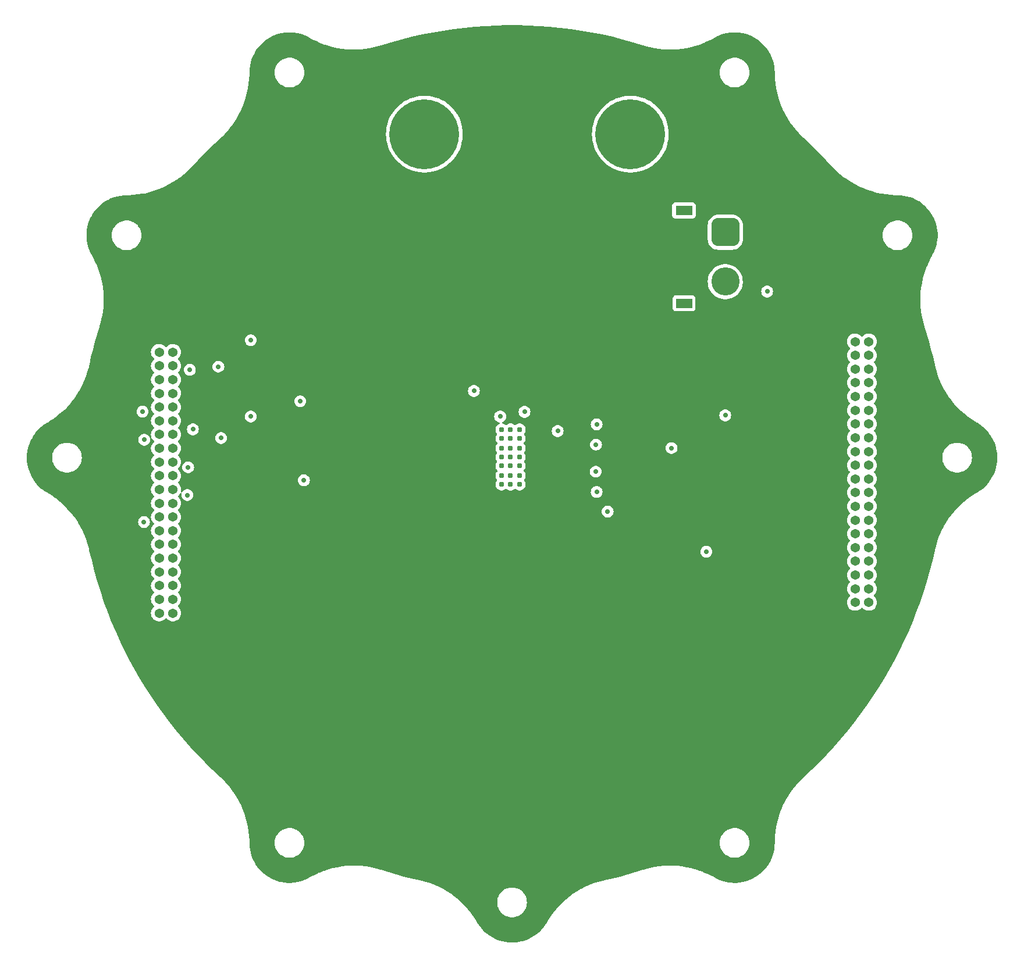
<source format=gbr>
%TF.GenerationSoftware,KiCad,Pcbnew,7.0.7*%
%TF.CreationDate,2024-02-25T13:36:01-08:00*%
%TF.ProjectId,Power-board,506f7765-722d-4626-9f61-72642e6b6963,rev?*%
%TF.SameCoordinates,Original*%
%TF.FileFunction,Copper,L3,Inr*%
%TF.FilePolarity,Positive*%
%FSLAX46Y46*%
G04 Gerber Fmt 4.6, Leading zero omitted, Abs format (unit mm)*
G04 Created by KiCad (PCBNEW 7.0.7) date 2024-02-25 13:36:01*
%MOMM*%
%LPD*%
G01*
G04 APERTURE LIST*
G04 Aperture macros list*
%AMRoundRect*
0 Rectangle with rounded corners*
0 $1 Rounding radius*
0 $2 $3 $4 $5 $6 $7 $8 $9 X,Y pos of 4 corners*
0 Add a 4 corners polygon primitive as box body*
4,1,4,$2,$3,$4,$5,$6,$7,$8,$9,$2,$3,0*
0 Add four circle primitives for the rounded corners*
1,1,$1+$1,$2,$3*
1,1,$1+$1,$4,$5*
1,1,$1+$1,$6,$7*
1,1,$1+$1,$8,$9*
0 Add four rect primitives between the rounded corners*
20,1,$1+$1,$2,$3,$4,$5,0*
20,1,$1+$1,$4,$5,$6,$7,0*
20,1,$1+$1,$6,$7,$8,$9,0*
20,1,$1+$1,$8,$9,$2,$3,0*%
G04 Aperture macros list end*
%TA.AperFunction,ComponentPad*%
%ADD10C,0.780000*%
%TD*%
%TA.AperFunction,ComponentPad*%
%ADD11C,1.371600*%
%TD*%
%TA.AperFunction,ComponentPad*%
%ADD12R,2.340000X1.330000*%
%TD*%
%TA.AperFunction,ComponentPad*%
%ADD13R,2.450000X1.380000*%
%TD*%
%TA.AperFunction,ComponentPad*%
%ADD14RoundRect,1.025000X1.025000X-1.025000X1.025000X1.025000X-1.025000X1.025000X-1.025000X-1.025000X0*%
%TD*%
%TA.AperFunction,ComponentPad*%
%ADD15C,4.100000*%
%TD*%
%TA.AperFunction,ComponentPad*%
%ADD16C,10.160000*%
%TD*%
%TA.AperFunction,ViaPad*%
%ADD17C,0.711200*%
%TD*%
G04 APERTURE END LIST*
D10*
%TO.N,GND*%
%TO.C,U3*%
X120615000Y-80795100D03*
X120615000Y-82095100D03*
X120615000Y-83495100D03*
X120615000Y-84795100D03*
X120615000Y-86095100D03*
X120615003Y-87495100D03*
X120615003Y-88795100D03*
X121915000Y-82095100D03*
X121915003Y-80795100D03*
X121915003Y-83495100D03*
X121915003Y-84795100D03*
X121915003Y-86095100D03*
X121915003Y-87495100D03*
X121915005Y-88795100D03*
X123215000Y-80795100D03*
X123215000Y-82095100D03*
X123215000Y-83495100D03*
X123215000Y-84795100D03*
X123215000Y-86095100D03*
X123215002Y-87495100D03*
X123215002Y-88795100D03*
%TD*%
D11*
%TO.N,+3.3V*%
%TO.C,J1*%
X70780000Y-69536931D03*
X72780000Y-69536931D03*
%TO.N,GND*%
X70780000Y-71536931D03*
X72780000Y-71536931D03*
%TO.N,+5V*%
X70780000Y-73536931D03*
X72780000Y-73536931D03*
X70780000Y-75536931D03*
X72780000Y-75536931D03*
%TO.N,GND*%
X70780000Y-77536931D03*
X72780000Y-77536931D03*
%TO.N,LOX_VENT+*%
X70780000Y-79536931D03*
X72780000Y-79536931D03*
%TO.N,GND*%
X70780000Y-81536931D03*
X72780000Y-81536931D03*
%TO.N,ETH_VENT+*%
X70780000Y-83536931D03*
X72780000Y-83536931D03*
%TO.N,GND*%
X70780000Y-85536931D03*
X72780000Y-85536931D03*
%TO.N,ETH_MAIN+*%
X70780000Y-87536931D03*
X72780000Y-87536931D03*
%TO.N,GND*%
X70780000Y-89536931D03*
X72780000Y-89536931D03*
%TO.N,PYRO_EX+*%
X70780000Y-91536931D03*
X72780000Y-91536931D03*
%TO.N,GND*%
X70780000Y-93536931D03*
X72780000Y-93536931D03*
%TO.N,unconnected-(J1A-Pin_27-PadA27)*%
X70780000Y-95536931D03*
%TO.N,unconnected-(J1A-Pin_28-PadA28)*%
X72780000Y-95536931D03*
%TO.N,unconnected-(J1A-Pin_29-PadA29)*%
X70780000Y-97536931D03*
%TO.N,unconnected-(J1A-Pin_30-PadA30)*%
X72780000Y-97536931D03*
%TO.N,unconnected-(J1A-Pin_31-PadA31)*%
X70780000Y-99536931D03*
%TO.N,unconnected-(J1A-Pin_32-PadA32)*%
X72780000Y-99536931D03*
%TO.N,unconnected-(J1A-Pin_33-PadA33)*%
X70780000Y-101536831D03*
%TO.N,unconnected-(J1A-Pin_34-PadA34)*%
X72780000Y-101536831D03*
%TO.N,PWR_SUP*%
X70780000Y-103536831D03*
X72780000Y-103536831D03*
X70780000Y-105536831D03*
X72780000Y-105536831D03*
X70780000Y-107536831D03*
X72780000Y-107536831D03*
%TO.N,unconnected-(J1B-Pin_1-PadB1)*%
X172050000Y-68000100D03*
%TO.N,unconnected-(J1B-Pin_2-PadB2)*%
X174050000Y-68000100D03*
%TO.N,unconnected-(J1B-Pin_3-PadB3)*%
X172050000Y-70000100D03*
%TO.N,unconnected-(J1B-Pin_4-PadB4)*%
X174050000Y-70000100D03*
%TO.N,GND*%
X172050000Y-72000100D03*
%TO.N,unconnected-(J1B-Pin_6-PadB6)*%
X174050000Y-72000100D03*
%TO.N,PYRO1EN*%
X172050000Y-74000100D03*
%TO.N,GND*%
X174050000Y-74000100D03*
X172050000Y-76000000D03*
%TO.N,unconnected-(J1B-Pin_10-PadB10)*%
X174050000Y-76000000D03*
%TO.N,unconnected-(J1B-Pin_11-PadB11)*%
X172050000Y-78000000D03*
%TO.N,unconnected-(J1B-Pin_12-PadB12)*%
X174050000Y-78000000D03*
%TO.N,unconnected-(J1B-Pin_13-PadB13)*%
X172050000Y-80000000D03*
%TO.N,unconnected-(J1B-Pin_14-PadB14)*%
X174050000Y-80000000D03*
%TO.N,unconnected-(J1B-Pin_15-PadB15)*%
X172050000Y-82000000D03*
%TO.N,unconnected-(J1B-Pin_16-PadB16)*%
X174050000Y-82000000D03*
%TO.N,GND*%
X172050000Y-84000000D03*
X174050000Y-84000000D03*
%TO.N,unconnected-(J1B-Pin_19-PadB19)*%
X172050000Y-86000000D03*
%TO.N,PYRO2EN*%
X174050000Y-86000000D03*
%TO.N,unconnected-(J1B-Pin_21-PadB21)*%
X172050000Y-88000000D03*
%TO.N,PYRO3EN*%
X174050000Y-88000000D03*
%TO.N,unconnected-(J1B-Pin_23-PadB23)*%
X172050000Y-90000000D03*
%TO.N,PYRO4EN*%
X174050000Y-90000000D03*
%TO.N,GND*%
X172050000Y-92000000D03*
X174050000Y-92000000D03*
%TO.N,unconnected-(J1B-Pin_27-PadB27)*%
X172050000Y-94000000D03*
%TO.N,unconnected-(J1B-Pin_28-PadB28)*%
X174050000Y-94000000D03*
%TO.N,unconnected-(J1B-Pin_29-PadB29)*%
X172050000Y-96000000D03*
%TO.N,unconnected-(J1B-Pin_30-PadB30)*%
X174050000Y-96000000D03*
%TO.N,unconnected-(J1B-Pin_31-PadB31)*%
X172050000Y-98000000D03*
%TO.N,unconnected-(J1B-Pin_32-PadB32)*%
X174050000Y-98000000D03*
%TO.N,GND*%
X172050000Y-100000000D03*
X174050000Y-100000000D03*
%TO.N,unconnected-(J1B-Pin_35-PadB35)*%
X172050000Y-102000000D03*
%TO.N,unconnected-(J1B-Pin_36-PadB36)*%
X174050000Y-102000000D03*
%TO.N,unconnected-(J1B-Pin_37-PadB37)*%
X172050000Y-104000000D03*
%TO.N,unconnected-(J1B-Pin_38-PadB38)*%
X174050000Y-104000000D03*
%TO.N,unconnected-(J1B-Pin_39-PadB39)*%
X172050000Y-106000000D03*
%TO.N,unconnected-(J1B-Pin_40-PadB40)*%
X174050000Y-106000000D03*
%TD*%
D12*
%TO.N,*%
%TO.C,J8*%
X147152000Y-62415000D03*
D13*
X147157000Y-48910000D03*
D14*
%TO.N,GND*%
X153162000Y-52070000D03*
D15*
%TO.N,/BAT1_+_pre*%
X153162000Y-59270000D03*
%TD*%
D16*
%TO.N,/BAT1_+_pre*%
%TO.C,J5*%
X139350000Y-37782000D03*
%TO.N,GND*%
X109380000Y-37782000D03*
%TD*%
D17*
%TO.N,GND*%
X91850000Y-88200000D03*
X134300000Y-86950000D03*
X74900000Y-90350000D03*
X75000000Y-86300000D03*
X79400000Y-71650000D03*
X84100000Y-67800000D03*
X91300000Y-76700000D03*
X75250000Y-72100000D03*
X68600000Y-82300000D03*
X68350000Y-78200000D03*
X134450000Y-80050000D03*
X134450000Y-89900000D03*
X134350000Y-83000000D03*
X79800000Y-82050000D03*
X68575000Y-94275000D03*
X136050000Y-92750000D03*
X120400000Y-78914600D03*
X84100000Y-78914600D03*
X150400000Y-98600000D03*
X145350000Y-83500000D03*
%TO.N,V_ALL+*%
X87950000Y-85550000D03*
X128050000Y-84800000D03*
X83450000Y-76300000D03*
X160520000Y-99768000D03*
X144800000Y-93650000D03*
X150368000Y-93472000D03*
X145350000Y-91300000D03*
X150368000Y-90932000D03*
X77750000Y-96050000D03*
X81700000Y-73900000D03*
X163068000Y-94488000D03*
X127000000Y-84100000D03*
X79790000Y-96860000D03*
X160502000Y-96934000D03*
X160800000Y-94200000D03*
X81700000Y-75150000D03*
X81750000Y-76300000D03*
X82900000Y-88150000D03*
X141400000Y-93550000D03*
X142450000Y-91100000D03*
X86800000Y-89300000D03*
X148844000Y-92202000D03*
X163068000Y-91948000D03*
X129050000Y-84000000D03*
X83400000Y-75000000D03*
X81750000Y-96150000D03*
X129100000Y-85550000D03*
X83350000Y-73850000D03*
X127000000Y-85600000D03*
X82850000Y-85850000D03*
X162788000Y-98204000D03*
X84650000Y-90000000D03*
X85450000Y-86850000D03*
%TO.N,LOX_VENT+*%
X75692000Y-80772000D03*
X123952000Y-78232000D03*
%TO.N,/BAT1_+_pre*%
X159258000Y-60706000D03*
X153162000Y-78740000D03*
%TO.N,ETH_VENT+*%
X116586000Y-75184000D03*
X128778000Y-81026000D03*
%TD*%
%TA.AperFunction,Conductor*%
%TO.N,V_ALL+*%
G36*
X124462469Y-21950718D02*
G01*
X126011176Y-22027027D01*
X127557535Y-22141433D01*
X129100610Y-22293866D01*
X130639466Y-22484233D01*
X132173169Y-22712421D01*
X133700792Y-22978289D01*
X135221407Y-23281678D01*
X136734094Y-23622404D01*
X138237937Y-24000259D01*
X139732023Y-24415015D01*
X141214140Y-24866022D01*
X141215442Y-24866436D01*
X141215442Y-24866437D01*
X141302350Y-24894058D01*
X141535881Y-24968280D01*
X141535882Y-24968280D01*
X141806956Y-25039175D01*
X142186477Y-25138434D01*
X142186477Y-25138435D01*
X142845037Y-25274614D01*
X143509745Y-25376440D01*
X143509755Y-25376441D01*
X144178868Y-25443650D01*
X144850566Y-25476058D01*
X144850571Y-25476057D01*
X144850572Y-25476058D01*
X144850573Y-25476058D01*
X145523047Y-25473576D01*
X146194482Y-25436212D01*
X146863081Y-25364067D01*
X146863080Y-25364067D01*
X147527034Y-25257335D01*
X147527035Y-25257335D01*
X148184563Y-25116302D01*
X148184564Y-25116302D01*
X148833871Y-24941353D01*
X148833876Y-24941351D01*
X148833881Y-24941350D01*
X149473253Y-24732949D01*
X149988951Y-24534714D01*
X150100952Y-24491661D01*
X150348761Y-24381327D01*
X150715292Y-24218134D01*
X151314614Y-23913106D01*
X151544031Y-23780925D01*
X151544548Y-23780800D01*
X151605976Y-23745238D01*
X151761405Y-23663834D01*
X152020141Y-23528329D01*
X152024619Y-23526210D01*
X152024622Y-23526209D01*
X152100349Y-23494016D01*
X152452595Y-23344274D01*
X152457246Y-23342514D01*
X152898480Y-23195569D01*
X152903222Y-23194199D01*
X153354858Y-23083199D01*
X153359697Y-23082215D01*
X153818792Y-23007885D01*
X153823689Y-23007293D01*
X154287273Y-22970114D01*
X154292235Y-22969917D01*
X154757286Y-22970128D01*
X154762226Y-22970330D01*
X155201423Y-23005954D01*
X155225749Y-23007928D01*
X155230698Y-23008530D01*
X155689681Y-23083270D01*
X155694564Y-23084269D01*
X156146058Y-23195669D01*
X156150851Y-23197059D01*
X156591923Y-23344395D01*
X156596563Y-23346155D01*
X157024378Y-23528481D01*
X157028871Y-23530614D01*
X157413449Y-23732472D01*
X157437768Y-23745237D01*
X157440632Y-23746740D01*
X157444946Y-23749230D01*
X157838004Y-23997764D01*
X157842102Y-24000593D01*
X158213897Y-24279916D01*
X158217746Y-24283057D01*
X158472040Y-24508262D01*
X158565887Y-24591374D01*
X158569483Y-24594826D01*
X158891711Y-24930134D01*
X158895013Y-24933860D01*
X159189225Y-25293971D01*
X159192224Y-25297959D01*
X159456542Y-25680570D01*
X159459211Y-25684787D01*
X159691905Y-26087398D01*
X159694227Y-26091816D01*
X159893799Y-26511833D01*
X159895757Y-26516423D01*
X160060922Y-26951138D01*
X160062505Y-26955871D01*
X160192179Y-27402434D01*
X160193377Y-27407279D01*
X160200246Y-27440798D01*
X160241012Y-27639735D01*
X160286732Y-27862841D01*
X160287536Y-27867767D01*
X160343962Y-28329355D01*
X160344367Y-28334329D01*
X160362125Y-28765537D01*
X160363555Y-28800259D01*
X160363557Y-28801396D01*
X160363607Y-28856809D01*
X160363654Y-28857345D01*
X160363842Y-29065010D01*
X160363908Y-29137689D01*
X160389204Y-29616222D01*
X160399407Y-29809232D01*
X160467519Y-30457315D01*
X160469696Y-30478022D01*
X160574584Y-31142269D01*
X160713788Y-31800180D01*
X160713791Y-31800191D01*
X160713790Y-31800191D01*
X160884622Y-32441299D01*
X160886936Y-32449984D01*
X161093559Y-33089931D01*
X161333101Y-33718298D01*
X161420977Y-33917153D01*
X161604913Y-34333382D01*
X161604913Y-34333381D01*
X161604918Y-34333392D01*
X161640536Y-34403858D01*
X161908285Y-34933573D01*
X161908286Y-34933573D01*
X162242370Y-35517191D01*
X162502381Y-35921237D01*
X162590603Y-36058331D01*
X162606274Y-36082682D01*
X162999023Y-36628535D01*
X163349551Y-37065924D01*
X163419575Y-37153299D01*
X163866775Y-37655531D01*
X164339428Y-38133887D01*
X164554692Y-38330238D01*
X164554693Y-38330239D01*
X164566239Y-38340771D01*
X164587847Y-38360482D01*
X165435202Y-39147779D01*
X166267959Y-39950503D01*
X167085837Y-40768381D01*
X167888560Y-41601139D01*
X168674216Y-42446729D01*
X168862703Y-42653375D01*
X168902416Y-42696914D01*
X168902433Y-42696932D01*
X169380790Y-43169591D01*
X169380790Y-43169592D01*
X169882998Y-43616776D01*
X169882999Y-43616777D01*
X169883009Y-43616785D01*
X169883018Y-43616793D01*
X170137241Y-43820532D01*
X170407770Y-44037340D01*
X170407770Y-44037339D01*
X170407773Y-44037342D01*
X170702019Y-44249058D01*
X170953636Y-44430103D01*
X171519149Y-44794023D01*
X172102754Y-45128102D01*
X172102762Y-45128106D01*
X172702883Y-45431445D01*
X172702931Y-45431469D01*
X172702932Y-45431470D01*
X173318027Y-45703288D01*
X173946393Y-45942831D01*
X174586343Y-46149455D01*
X175236138Y-46322601D01*
X175236138Y-46322600D01*
X175236149Y-46322603D01*
X175894063Y-46461808D01*
X176558312Y-46566696D01*
X176558318Y-46566696D01*
X176558327Y-46566698D01*
X177227105Y-46636983D01*
X177898662Y-46672482D01*
X177898661Y-46672481D01*
X178165383Y-46672719D01*
X178165387Y-46672721D01*
X178190019Y-46672742D01*
X178190020Y-46672743D01*
X178232675Y-46672780D01*
X178234101Y-46672782D01*
X178234158Y-46672782D01*
X178234890Y-46672783D01*
X178234896Y-46672783D01*
X178234969Y-46672786D01*
X178235941Y-46673072D01*
X178237444Y-46672888D01*
X178281506Y-46674701D01*
X178702054Y-46692009D01*
X178706975Y-46692411D01*
X179168592Y-46748829D01*
X179173500Y-46749630D01*
X179629082Y-46842979D01*
X179633894Y-46844168D01*
X180080525Y-46973850D01*
X180085202Y-46975415D01*
X180519945Y-47140580D01*
X180524521Y-47142532D01*
X180944570Y-47342112D01*
X180948975Y-47344427D01*
X181351601Y-47577122D01*
X181355818Y-47579791D01*
X181738424Y-47844097D01*
X181742409Y-47847093D01*
X181902238Y-47977671D01*
X182102535Y-48141311D01*
X182106260Y-48144612D01*
X182134901Y-48172135D01*
X182441576Y-48466842D01*
X182445027Y-48470435D01*
X182753346Y-48818575D01*
X182756480Y-48822414D01*
X182918964Y-49038687D01*
X183035812Y-49194217D01*
X183038647Y-49198325D01*
X183287173Y-49591366D01*
X183289669Y-49595688D01*
X183505800Y-50007456D01*
X183507937Y-50011959D01*
X183690258Y-50439755D01*
X183692024Y-50444411D01*
X183839359Y-50885484D01*
X183840749Y-50890277D01*
X183952148Y-51341768D01*
X183953148Y-51346658D01*
X184027884Y-51805634D01*
X184028487Y-51810588D01*
X184066082Y-52274090D01*
X184066285Y-52279076D01*
X184066492Y-52744105D01*
X184066294Y-52749092D01*
X184029115Y-53212623D01*
X184028516Y-53217578D01*
X183954186Y-53676636D01*
X183953191Y-53681526D01*
X183904337Y-53880296D01*
X183842203Y-54133096D01*
X183842202Y-54133100D01*
X183840816Y-54137894D01*
X183693874Y-54579099D01*
X183692108Y-54583766D01*
X183510170Y-55011724D01*
X183508035Y-55016235D01*
X183291469Y-55429727D01*
X183291095Y-55430379D01*
X183268692Y-55469262D01*
X183268691Y-55469264D01*
X183123235Y-55721728D01*
X182818211Y-56321050D01*
X182544687Y-56935389D01*
X182447937Y-57187081D01*
X182303403Y-57563082D01*
X182303401Y-57563089D01*
X182095003Y-58202462D01*
X182095000Y-58202472D01*
X182095000Y-58202473D01*
X181920054Y-58851778D01*
X181779022Y-59509307D01*
X181779022Y-59509308D01*
X181672291Y-60173258D01*
X181600147Y-60841859D01*
X181600147Y-60841858D01*
X181563099Y-61507664D01*
X181562785Y-61513299D01*
X181560304Y-62185773D01*
X181592711Y-62857470D01*
X181650977Y-63437544D01*
X181659921Y-63526591D01*
X181761746Y-64191298D01*
X181808522Y-64417506D01*
X181897923Y-64849852D01*
X182068076Y-65500446D01*
X182068077Y-65500447D01*
X182168592Y-65816718D01*
X182168595Y-65816723D01*
X182169869Y-65820732D01*
X182412491Y-66609184D01*
X182510102Y-66926389D01*
X182829930Y-68037946D01*
X183129294Y-69155188D01*
X183408094Y-70277739D01*
X183654918Y-71355791D01*
X183666168Y-71404925D01*
X183738257Y-71733651D01*
X183916197Y-72382163D01*
X183916198Y-72382164D01*
X184120764Y-73000100D01*
X184127541Y-73020569D01*
X184371716Y-73647151D01*
X184648068Y-74260223D01*
X184955851Y-74858133D01*
X185255542Y-75372818D01*
X185294236Y-75439270D01*
X185294236Y-75439271D01*
X185662313Y-76002073D01*
X185662314Y-76002074D01*
X186059086Y-76545018D01*
X186059086Y-76545019D01*
X186483503Y-77066665D01*
X186934400Y-77565580D01*
X187410575Y-78040436D01*
X187410574Y-78040435D01*
X187477174Y-78100290D01*
X187910736Y-78489946D01*
X188433546Y-78912907D01*
X188433552Y-78912911D01*
X188433558Y-78912916D01*
X188501226Y-78962079D01*
X188977594Y-79308178D01*
X189541414Y-79674694D01*
X189541421Y-79674698D01*
X189793611Y-79820603D01*
X189832440Y-79843069D01*
X190227371Y-80093297D01*
X190231473Y-80096132D01*
X190603022Y-80375807D01*
X190606859Y-80378944D01*
X190954709Y-80687573D01*
X190958305Y-80691032D01*
X191280217Y-81026629D01*
X191283524Y-81030366D01*
X191447392Y-81231313D01*
X191562783Y-81372815D01*
X191577411Y-81390752D01*
X191580398Y-81394732D01*
X191675023Y-81531975D01*
X191844357Y-81777577D01*
X191847022Y-81781796D01*
X192079358Y-82184640D01*
X192081666Y-82189042D01*
X192227988Y-82497716D01*
X192280854Y-82609241D01*
X192282809Y-82613833D01*
X192447570Y-83048689D01*
X192449149Y-83053423D01*
X192578419Y-83500129D01*
X192579611Y-83504968D01*
X192663881Y-83918124D01*
X192672546Y-83960605D01*
X192673344Y-83965524D01*
X192710136Y-84268794D01*
X192729348Y-84427157D01*
X192729749Y-84432131D01*
X192748458Y-84896785D01*
X192748458Y-84901776D01*
X192729749Y-85366428D01*
X192729348Y-85371402D01*
X192715426Y-85486164D01*
X192678078Y-85794026D01*
X192673346Y-85833028D01*
X192672546Y-85837954D01*
X192579613Y-86293584D01*
X192578419Y-86298430D01*
X192449149Y-86745136D01*
X192447570Y-86749870D01*
X192282809Y-87184726D01*
X192280854Y-87189318D01*
X192224152Y-87308935D01*
X192100580Y-87569620D01*
X192081676Y-87609499D01*
X192079358Y-87613919D01*
X191847022Y-88016763D01*
X191844357Y-88020982D01*
X191580407Y-88403815D01*
X191577411Y-88407807D01*
X191283524Y-88768193D01*
X191280217Y-88771930D01*
X190958305Y-89107527D01*
X190954709Y-89110986D01*
X190606874Y-89419602D01*
X190603010Y-89422762D01*
X190231476Y-89702424D01*
X190227371Y-89705262D01*
X189832440Y-89955490D01*
X189784558Y-89983194D01*
X189784127Y-89983496D01*
X189697514Y-90033607D01*
X189541438Y-90123906D01*
X188977619Y-90490421D01*
X188764189Y-90645486D01*
X188433638Y-90885644D01*
X188433573Y-90885691D01*
X187910764Y-91308651D01*
X187410600Y-91758162D01*
X186934428Y-92233015D01*
X186900424Y-92270640D01*
X186483533Y-92731925D01*
X186483530Y-92731929D01*
X186059120Y-93253562D01*
X185662342Y-93796509D01*
X185662335Y-93796519D01*
X185662335Y-93796518D01*
X185294262Y-94359309D01*
X184974557Y-94908361D01*
X184955876Y-94940444D01*
X184648090Y-95538351D01*
X184454727Y-95967308D01*
X184371740Y-96151409D01*
X184371735Y-96151419D01*
X184127556Y-96777998D01*
X183916209Y-97416400D01*
X183816143Y-97781084D01*
X183738263Y-98064909D01*
X183677496Y-98341988D01*
X183677495Y-98341998D01*
X183666237Y-98393330D01*
X183666234Y-98393341D01*
X183315451Y-99903727D01*
X182927597Y-101405022D01*
X182502909Y-102896315D01*
X182041642Y-104376704D01*
X181544077Y-105845290D01*
X181010515Y-107301184D01*
X180441279Y-108743504D01*
X179836714Y-110171376D01*
X179197188Y-111583934D01*
X178523086Y-112980324D01*
X177814818Y-114359698D01*
X177072813Y-115721221D01*
X176297520Y-117064067D01*
X175489409Y-118387424D01*
X174648970Y-119690489D01*
X173776712Y-120972473D01*
X172873164Y-122232599D01*
X171938873Y-123470103D01*
X170974405Y-124684236D01*
X169980345Y-125874261D01*
X168957294Y-127039458D01*
X167905874Y-128179121D01*
X166826720Y-129292559D01*
X165720488Y-130379097D01*
X164587757Y-131438161D01*
X164554693Y-131468321D01*
X164339436Y-131664661D01*
X164339435Y-131664662D01*
X163866776Y-132143018D01*
X163866777Y-132143018D01*
X163866770Y-132143025D01*
X163475464Y-132582475D01*
X163419563Y-132645255D01*
X162999023Y-133169994D01*
X162606253Y-133715869D01*
X162310455Y-134175521D01*
X162242338Y-134281372D01*
X161908249Y-134864992D01*
X161761052Y-135156201D01*
X161604892Y-135465145D01*
X161333065Y-136080254D01*
X161093520Y-136708618D01*
X161093520Y-136708619D01*
X160886894Y-137348567D01*
X160713745Y-137998373D01*
X160574538Y-138656285D01*
X160469650Y-139320533D01*
X160469647Y-139320549D01*
X160399360Y-139989325D01*
X160363859Y-140660880D01*
X160363859Y-140660881D01*
X160363562Y-140991752D01*
X160363556Y-140997118D01*
X160344322Y-141464232D01*
X160343917Y-141469206D01*
X160287493Y-141930792D01*
X160286689Y-141935718D01*
X160193338Y-142391278D01*
X160192140Y-142396123D01*
X160062468Y-142842687D01*
X160060885Y-142847419D01*
X159895727Y-143282128D01*
X159893768Y-143286719D01*
X159694196Y-143706739D01*
X159691875Y-143711157D01*
X159459180Y-144113772D01*
X159456511Y-144117989D01*
X159192198Y-144500596D01*
X159189199Y-144504584D01*
X159044023Y-144682279D01*
X158901091Y-144857227D01*
X158894995Y-144864688D01*
X158891684Y-144868422D01*
X158569466Y-145203723D01*
X158565866Y-145207179D01*
X158217739Y-145515484D01*
X158213872Y-145518640D01*
X157842079Y-145797962D01*
X157837972Y-145800796D01*
X157444938Y-146049317D01*
X157440616Y-146051813D01*
X157028862Y-146267936D01*
X157024353Y-146270076D01*
X156596572Y-146452390D01*
X156591906Y-146454160D01*
X156150841Y-146601493D01*
X156146048Y-146602883D01*
X155694555Y-146714283D01*
X155689665Y-146715283D01*
X155230697Y-146790020D01*
X155225743Y-146790623D01*
X154762246Y-146828221D01*
X154757260Y-146828424D01*
X154292235Y-146828634D01*
X154287248Y-146828436D01*
X154142065Y-146816792D01*
X153823710Y-146791259D01*
X153818765Y-146790661D01*
X153618375Y-146758216D01*
X153359714Y-146716338D01*
X153354835Y-146715345D01*
X152903243Y-146604356D01*
X152898456Y-146602973D01*
X152457251Y-146456036D01*
X152452583Y-146454270D01*
X152391865Y-146428458D01*
X152024624Y-146272339D01*
X152020129Y-146270210D01*
X151605658Y-146053140D01*
X151557727Y-146025526D01*
X151557670Y-146025499D01*
X151314602Y-145885457D01*
X151061538Y-145756661D01*
X150715287Y-145580437D01*
X150715276Y-145580432D01*
X150715277Y-145580432D01*
X150100953Y-145306915D01*
X150100949Y-145306913D01*
X149832453Y-145203704D01*
X149473255Y-145065629D01*
X149242561Y-144990436D01*
X148833876Y-144857228D01*
X148743101Y-144832770D01*
X148184560Y-144682279D01*
X147527032Y-144541248D01*
X147527031Y-144541248D01*
X146863078Y-144434516D01*
X146863079Y-144434516D01*
X146194481Y-144362372D01*
X145523047Y-144325009D01*
X144850575Y-144322527D01*
X144850574Y-144322527D01*
X144850567Y-144322527D01*
X144178870Y-144354934D01*
X143524528Y-144420658D01*
X143509749Y-144422143D01*
X142845042Y-144523968D01*
X142525564Y-144590030D01*
X142186489Y-144660144D01*
X141535893Y-144830298D01*
X141258215Y-144918548D01*
X141236317Y-144925507D01*
X141215597Y-144932092D01*
X140109951Y-145272322D01*
X138998394Y-145592151D01*
X137881152Y-145891516D01*
X136758602Y-146170316D01*
X135631283Y-146428419D01*
X135577044Y-146440314D01*
X135576882Y-146440364D01*
X135302689Y-146500493D01*
X135302688Y-146500493D01*
X134939151Y-146600241D01*
X134654187Y-146678430D01*
X134015786Y-146889769D01*
X134015785Y-146889769D01*
X133778451Y-146982255D01*
X133389192Y-147133947D01*
X132776120Y-147410297D01*
X132178209Y-147718079D01*
X132127833Y-147747412D01*
X131597071Y-148056462D01*
X131034269Y-148424538D01*
X131034268Y-148424539D01*
X130511013Y-148806923D01*
X130491324Y-148821311D01*
X130491323Y-148821311D01*
X130491317Y-148821316D01*
X129969681Y-149245724D01*
X129470763Y-149696621D01*
X129001007Y-150167680D01*
X128995905Y-150172797D01*
X128995906Y-150172796D01*
X128546395Y-150672957D01*
X128123433Y-151195767D01*
X127728162Y-151739814D01*
X127361646Y-152303634D01*
X127294534Y-152419632D01*
X127193268Y-152594664D01*
X126943042Y-152989591D01*
X126940204Y-152993696D01*
X126660542Y-153365230D01*
X126657382Y-153369094D01*
X126348766Y-153716929D01*
X126345307Y-153720525D01*
X126009710Y-154042437D01*
X126005973Y-154045744D01*
X125645587Y-154339631D01*
X125641595Y-154342627D01*
X125258762Y-154606577D01*
X125254543Y-154609242D01*
X124851699Y-154841578D01*
X124847287Y-154843891D01*
X124589942Y-154965880D01*
X124427098Y-155043074D01*
X124422506Y-155045029D01*
X123987650Y-155209790D01*
X123982916Y-155211369D01*
X123536210Y-155340639D01*
X123531364Y-155341833D01*
X123075734Y-155434766D01*
X123070811Y-155435565D01*
X122862266Y-155460865D01*
X122609182Y-155491568D01*
X122604208Y-155491969D01*
X122139554Y-155510678D01*
X122134564Y-155510678D01*
X121669911Y-155491969D01*
X121664937Y-155491568D01*
X121595169Y-155483104D01*
X121203304Y-155435564D01*
X121198387Y-155434766D01*
X120742748Y-155341831D01*
X120737909Y-155340639D01*
X120291203Y-155211369D01*
X120286469Y-155209790D01*
X119851613Y-155045029D01*
X119847021Y-155043074D01*
X119426822Y-154843886D01*
X119422420Y-154841578D01*
X119019576Y-154609242D01*
X119015357Y-154606577D01*
X118833852Y-154481435D01*
X118632512Y-154342618D01*
X118628539Y-154339636D01*
X118468990Y-154209528D01*
X118268146Y-154045744D01*
X118264409Y-154042437D01*
X117928812Y-153720525D01*
X117925353Y-153716929D01*
X117616724Y-153369079D01*
X117613587Y-153365242D01*
X117333912Y-152993693D01*
X117331085Y-152989605D01*
X117080872Y-152594698D01*
X117080858Y-152594673D01*
X116912475Y-152303633D01*
X116577643Y-151788552D01*
X116545961Y-151739814D01*
X116545961Y-151739815D01*
X116545960Y-151739813D01*
X116302187Y-151404286D01*
X116150698Y-151195777D01*
X116150690Y-151195767D01*
X116150689Y-151195765D01*
X115727727Y-150672954D01*
X115350543Y-150253268D01*
X115278217Y-150172792D01*
X115278218Y-150172793D01*
X115033578Y-149927475D01*
X114803359Y-149696617D01*
X114773111Y-149669280D01*
X119972514Y-149669280D01*
X119992674Y-149964013D01*
X120052781Y-150253270D01*
X120052782Y-150253273D01*
X120151712Y-150531633D01*
X120151711Y-150531633D01*
X120287630Y-150793944D01*
X120287634Y-150793950D01*
X120457994Y-151035296D01*
X120659645Y-151251211D01*
X120888802Y-151437644D01*
X120888805Y-151437646D01*
X120888809Y-151437649D01*
X121021230Y-151518176D01*
X121141229Y-151591149D01*
X121326292Y-151671533D01*
X121412198Y-151708847D01*
X121696670Y-151788553D01*
X121953979Y-151823918D01*
X121989345Y-151828780D01*
X121989346Y-151828780D01*
X122284775Y-151828780D01*
X122316328Y-151824443D01*
X122577450Y-151788553D01*
X122861922Y-151708847D01*
X123132892Y-151591148D01*
X123385311Y-151437649D01*
X123614478Y-151251208D01*
X123816123Y-151035299D01*
X123986490Y-150793943D01*
X124122406Y-150531637D01*
X124221339Y-150253268D01*
X124281445Y-149964019D01*
X124301606Y-149669280D01*
X124281445Y-149374541D01*
X124221339Y-149085292D01*
X124122407Y-148806926D01*
X124122408Y-148806926D01*
X123986489Y-148544615D01*
X123986485Y-148544609D01*
X123816125Y-148303263D01*
X123748907Y-148231291D01*
X123614478Y-148087352D01*
X123614476Y-148087351D01*
X123614474Y-148087348D01*
X123385317Y-147900915D01*
X123385306Y-147900908D01*
X123132890Y-147747410D01*
X122861925Y-147629714D01*
X122861923Y-147629713D01*
X122861922Y-147629713D01*
X122780990Y-147607037D01*
X122577455Y-147550008D01*
X122577451Y-147550007D01*
X122577450Y-147550007D01*
X122431111Y-147529893D01*
X122284775Y-147509780D01*
X122284774Y-147509780D01*
X121989346Y-147509780D01*
X121989345Y-147509780D01*
X121696670Y-147550007D01*
X121696664Y-147550008D01*
X121412194Y-147629714D01*
X121141229Y-147747410D01*
X120888813Y-147900908D01*
X120888802Y-147900915D01*
X120659645Y-148087348D01*
X120457994Y-148303263D01*
X120287634Y-148544609D01*
X120287630Y-148544615D01*
X120151712Y-148806926D01*
X120052782Y-149085286D01*
X120052781Y-149085289D01*
X119992674Y-149374546D01*
X119972514Y-149669280D01*
X114773111Y-149669280D01*
X114446983Y-149374541D01*
X114304446Y-149245722D01*
X113782800Y-148821305D01*
X113782799Y-148821305D01*
X113239856Y-148424532D01*
X113239855Y-148424531D01*
X112677052Y-148056454D01*
X112409918Y-147900908D01*
X112095914Y-147718070D01*
X111498004Y-147410287D01*
X110884931Y-147133936D01*
X110258349Y-146889761D01*
X110258344Y-146889759D01*
X110258338Y-146889757D01*
X109619937Y-146678417D01*
X109334974Y-146600228D01*
X108971434Y-146500479D01*
X108686833Y-146438068D01*
X108676794Y-146435866D01*
X108643060Y-146428468D01*
X108642999Y-146428454D01*
X107515519Y-146170313D01*
X106392968Y-145891514D01*
X105275727Y-145592150D01*
X104164170Y-145272321D01*
X103941185Y-145203704D01*
X103058362Y-144932041D01*
X103034081Y-144924324D01*
X103015905Y-144918548D01*
X103015903Y-144918548D01*
X103005888Y-144915365D01*
X103005775Y-144915339D01*
X102738224Y-144830307D01*
X102738190Y-144830298D01*
X102087629Y-144660153D01*
X101706452Y-144581332D01*
X101429076Y-144523976D01*
X100764370Y-144422150D01*
X100749540Y-144420660D01*
X100095249Y-144354940D01*
X99423552Y-144322532D01*
X99423545Y-144322532D01*
X98751072Y-144325012D01*
X98079638Y-144362375D01*
X97411038Y-144434518D01*
X96747087Y-144541248D01*
X96089559Y-144682279D01*
X95440253Y-144857224D01*
X95440242Y-144857227D01*
X95075232Y-144976199D01*
X94800869Y-145065625D01*
X94686862Y-145109449D01*
X94173169Y-145306910D01*
X94173165Y-145306912D01*
X94173164Y-145306912D01*
X94035207Y-145368334D01*
X93558831Y-145580432D01*
X93253993Y-145735578D01*
X92959507Y-145885456D01*
X92806887Y-145973387D01*
X92694608Y-146038076D01*
X92685937Y-146043071D01*
X92668192Y-146053295D01*
X92254009Y-146270211D01*
X92249498Y-146272347D01*
X91821544Y-146454270D01*
X91816876Y-146456036D01*
X91375671Y-146602969D01*
X91370876Y-146604354D01*
X90919293Y-146715337D01*
X90914403Y-146716332D01*
X90455362Y-146790652D01*
X90450413Y-146791250D01*
X90170988Y-146813658D01*
X89986881Y-146828423D01*
X89981894Y-146828621D01*
X89516871Y-146828408D01*
X89511884Y-146828205D01*
X89048388Y-146790606D01*
X89043434Y-146790003D01*
X88584452Y-146715262D01*
X88579563Y-146714262D01*
X88362026Y-146660587D01*
X88128095Y-146602866D01*
X88123307Y-146601478D01*
X87682225Y-146454137D01*
X87677559Y-146452367D01*
X87249788Y-146270057D01*
X87245280Y-146267917D01*
X86833516Y-146051789D01*
X86829194Y-146049293D01*
X86436166Y-145800776D01*
X86432059Y-145797942D01*
X86060266Y-145518620D01*
X86056399Y-145515464D01*
X85708274Y-145207160D01*
X85704674Y-145203704D01*
X85595910Y-145090525D01*
X85382450Y-144868400D01*
X85379150Y-144864676D01*
X85084940Y-144504567D01*
X85081941Y-144500579D01*
X84817625Y-144117970D01*
X84814956Y-144113753D01*
X84786610Y-144064709D01*
X84582262Y-143711142D01*
X84579947Y-143706737D01*
X84380371Y-143286712D01*
X84378413Y-143282122D01*
X84238402Y-142913613D01*
X84213245Y-142847400D01*
X84211669Y-142842687D01*
X84081990Y-142396103D01*
X84080797Y-142391278D01*
X83987440Y-141935707D01*
X83986637Y-141930787D01*
X83943233Y-141575735D01*
X83930207Y-141469186D01*
X83929804Y-141464225D01*
X83920726Y-141243786D01*
X83910569Y-140997181D01*
X83910570Y-140997108D01*
X83910571Y-140997108D01*
X83910566Y-140991745D01*
X87587514Y-140991745D01*
X87587881Y-140997108D01*
X87607674Y-141286478D01*
X87667781Y-141575735D01*
X87667782Y-141575738D01*
X87766712Y-141854098D01*
X87766711Y-141854098D01*
X87902630Y-142116409D01*
X87902634Y-142116415D01*
X88072994Y-142357761D01*
X88274645Y-142573676D01*
X88503802Y-142760109D01*
X88503805Y-142760111D01*
X88503809Y-142760114D01*
X88636230Y-142840641D01*
X88756229Y-142913614D01*
X88941292Y-142993998D01*
X89027198Y-143031312D01*
X89311670Y-143111018D01*
X89568979Y-143146383D01*
X89604345Y-143151245D01*
X89604346Y-143151245D01*
X89899775Y-143151245D01*
X89931328Y-143146908D01*
X90192450Y-143111018D01*
X90476922Y-143031312D01*
X90747892Y-142913613D01*
X91000311Y-142760114D01*
X91229478Y-142573673D01*
X91431123Y-142357764D01*
X91601490Y-142116408D01*
X91737406Y-141854102D01*
X91836339Y-141575733D01*
X91896445Y-141286484D01*
X91916606Y-140991745D01*
X152357514Y-140991745D01*
X152377674Y-141286478D01*
X152437781Y-141575735D01*
X152437782Y-141575738D01*
X152536712Y-141854098D01*
X152536711Y-141854098D01*
X152672630Y-142116409D01*
X152672634Y-142116415D01*
X152842994Y-142357761D01*
X153044645Y-142573676D01*
X153273802Y-142760109D01*
X153273805Y-142760111D01*
X153273809Y-142760114D01*
X153406230Y-142840641D01*
X153526229Y-142913614D01*
X153711292Y-142993998D01*
X153797198Y-143031312D01*
X154081670Y-143111018D01*
X154338979Y-143146383D01*
X154374345Y-143151245D01*
X154374346Y-143151245D01*
X154669775Y-143151245D01*
X154701328Y-143146908D01*
X154962450Y-143111018D01*
X155246922Y-143031312D01*
X155517892Y-142913613D01*
X155770311Y-142760114D01*
X155999478Y-142573673D01*
X156201123Y-142357764D01*
X156371490Y-142116408D01*
X156507406Y-141854102D01*
X156606339Y-141575733D01*
X156666445Y-141286484D01*
X156686606Y-140991745D01*
X156666445Y-140697006D01*
X156606339Y-140407757D01*
X156507407Y-140129391D01*
X156507408Y-140129391D01*
X156371489Y-139867080D01*
X156371485Y-139867074D01*
X156201125Y-139625728D01*
X156133907Y-139553756D01*
X155999478Y-139409817D01*
X155999476Y-139409816D01*
X155999474Y-139409813D01*
X155770317Y-139223380D01*
X155770306Y-139223373D01*
X155517890Y-139069875D01*
X155246925Y-138952179D01*
X155246923Y-138952178D01*
X155246922Y-138952178D01*
X155165990Y-138929501D01*
X154962455Y-138872473D01*
X154962451Y-138872472D01*
X154962450Y-138872472D01*
X154816112Y-138852358D01*
X154669775Y-138832245D01*
X154669774Y-138832245D01*
X154374346Y-138832245D01*
X154374345Y-138832245D01*
X154081670Y-138872472D01*
X154081664Y-138872473D01*
X153797194Y-138952179D01*
X153526229Y-139069875D01*
X153273813Y-139223373D01*
X153273802Y-139223380D01*
X153044645Y-139409813D01*
X152842994Y-139625728D01*
X152672634Y-139867074D01*
X152672630Y-139867080D01*
X152536712Y-140129391D01*
X152437782Y-140407751D01*
X152437781Y-140407754D01*
X152377674Y-140697011D01*
X152357514Y-140991745D01*
X91916606Y-140991745D01*
X91896445Y-140697006D01*
X91836339Y-140407757D01*
X91737407Y-140129391D01*
X91737408Y-140129391D01*
X91601489Y-139867080D01*
X91601485Y-139867074D01*
X91431125Y-139625728D01*
X91363907Y-139553756D01*
X91229478Y-139409817D01*
X91229476Y-139409816D01*
X91229474Y-139409813D01*
X91000317Y-139223380D01*
X91000306Y-139223373D01*
X90747890Y-139069875D01*
X90476925Y-138952179D01*
X90476923Y-138952178D01*
X90476922Y-138952178D01*
X90395990Y-138929501D01*
X90192455Y-138872473D01*
X90192451Y-138872472D01*
X90192450Y-138872472D01*
X90046112Y-138852358D01*
X89899775Y-138832245D01*
X89899774Y-138832245D01*
X89604346Y-138832245D01*
X89604345Y-138832245D01*
X89311670Y-138872472D01*
X89311664Y-138872473D01*
X89027194Y-138952179D01*
X88756229Y-139069875D01*
X88503813Y-139223373D01*
X88503802Y-139223380D01*
X88274645Y-139409813D01*
X88072994Y-139625728D01*
X87902634Y-139867074D01*
X87902630Y-139867080D01*
X87766712Y-140129391D01*
X87667782Y-140407751D01*
X87667781Y-140407754D01*
X87607674Y-140697011D01*
X87605175Y-140733550D01*
X87587514Y-140991745D01*
X83910566Y-140991745D01*
X83910267Y-140660869D01*
X83910267Y-140660861D01*
X83874765Y-139989324D01*
X83804476Y-139320546D01*
X83804476Y-139320545D01*
X83699583Y-138656279D01*
X83560377Y-137998380D01*
X83560376Y-137998373D01*
X83387225Y-137348568D01*
X83180599Y-136708620D01*
X82941053Y-136080254D01*
X82669226Y-135465146D01*
X82513064Y-135156202D01*
X82365869Y-134864994D01*
X82031783Y-134281380D01*
X82027081Y-134274073D01*
X81683537Y-133740224D01*
X81667865Y-133715870D01*
X81275095Y-133169995D01*
X81275094Y-133169995D01*
X80854556Y-132645256D01*
X80512939Y-132261606D01*
X80407350Y-132143025D01*
X80407343Y-132143018D01*
X80407344Y-132143018D01*
X79934694Y-131664671D01*
X79686273Y-131438078D01*
X78553632Y-130379098D01*
X77447399Y-129292560D01*
X76368245Y-128179122D01*
X75316825Y-127039459D01*
X74293775Y-125874262D01*
X73299714Y-124684236D01*
X72335246Y-123470104D01*
X71400955Y-122232599D01*
X70497407Y-120972474D01*
X69625149Y-119690490D01*
X68784710Y-118387425D01*
X67976599Y-117064068D01*
X67201306Y-115721221D01*
X66459301Y-114359698D01*
X65751033Y-112980324D01*
X65273887Y-111991926D01*
X65076931Y-111583935D01*
X64437405Y-110171376D01*
X63832840Y-108743504D01*
X63356607Y-107536831D01*
X69588618Y-107536831D01*
X69608903Y-107755744D01*
X69669069Y-107967210D01*
X69767063Y-108164007D01*
X69767068Y-108164015D01*
X69780000Y-108181139D01*
X69899558Y-108339460D01*
X70062032Y-108487574D01*
X70248955Y-108603312D01*
X70453963Y-108682733D01*
X70670073Y-108723131D01*
X70670075Y-108723131D01*
X70889925Y-108723131D01*
X70889927Y-108723131D01*
X71106037Y-108682733D01*
X71311045Y-108603312D01*
X71497968Y-108487574D01*
X71660442Y-108339460D01*
X71681046Y-108312174D01*
X71737153Y-108270540D01*
X71806865Y-108265847D01*
X71868048Y-108299589D01*
X71878948Y-108312168D01*
X71899558Y-108339460D01*
X72062032Y-108487574D01*
X72248955Y-108603312D01*
X72453963Y-108682733D01*
X72670073Y-108723131D01*
X72670075Y-108723131D01*
X72889925Y-108723131D01*
X72889927Y-108723131D01*
X73106037Y-108682733D01*
X73311045Y-108603312D01*
X73497968Y-108487574D01*
X73660442Y-108339460D01*
X73792933Y-108164013D01*
X73890931Y-107967208D01*
X73951096Y-107755747D01*
X73971382Y-107536831D01*
X73951096Y-107317915D01*
X73890931Y-107106454D01*
X73871027Y-107066481D01*
X73792936Y-106909654D01*
X73792931Y-106909646D01*
X73712488Y-106803122D01*
X73660442Y-106734202D01*
X73544457Y-106628468D01*
X73508176Y-106568757D01*
X73509936Y-106498910D01*
X73544457Y-106445194D01*
X73561868Y-106429321D01*
X73660442Y-106339460D01*
X73792933Y-106164013D01*
X73874603Y-105999999D01*
X170858618Y-105999999D01*
X170878903Y-106218913D01*
X170939069Y-106430379D01*
X171037063Y-106627176D01*
X171037068Y-106627184D01*
X171038038Y-106628468D01*
X171169558Y-106802629D01*
X171332032Y-106950743D01*
X171518955Y-107066481D01*
X171723963Y-107145902D01*
X171940073Y-107186300D01*
X171940075Y-107186300D01*
X172159925Y-107186300D01*
X172159927Y-107186300D01*
X172376037Y-107145902D01*
X172581045Y-107066481D01*
X172767968Y-106950743D01*
X172930442Y-106802629D01*
X172951046Y-106775343D01*
X173007153Y-106733709D01*
X173076865Y-106729016D01*
X173138048Y-106762758D01*
X173148948Y-106775337D01*
X173169558Y-106802629D01*
X173332032Y-106950743D01*
X173518955Y-107066481D01*
X173723963Y-107145902D01*
X173940073Y-107186300D01*
X173940075Y-107186300D01*
X174159925Y-107186300D01*
X174159927Y-107186300D01*
X174376037Y-107145902D01*
X174581045Y-107066481D01*
X174767968Y-106950743D01*
X174930442Y-106802629D01*
X175062933Y-106627182D01*
X175160931Y-106430377D01*
X175221096Y-106218916D01*
X175241382Y-106000000D01*
X175221096Y-105781084D01*
X175160931Y-105569623D01*
X175160930Y-105569620D01*
X175062936Y-105372823D01*
X175062931Y-105372815D01*
X174930440Y-105197368D01*
X174814456Y-105091636D01*
X174778174Y-105031925D01*
X174779935Y-104962078D01*
X174814454Y-104908365D01*
X174930442Y-104802629D01*
X175062933Y-104627182D01*
X175160931Y-104430377D01*
X175221096Y-104218916D01*
X175241382Y-104000000D01*
X175221096Y-103781084D01*
X175160931Y-103569623D01*
X175160930Y-103569620D01*
X175062936Y-103372823D01*
X175062931Y-103372815D01*
X174930440Y-103197368D01*
X174814456Y-103091636D01*
X174778174Y-103031925D01*
X174779935Y-102962078D01*
X174814454Y-102908365D01*
X174930442Y-102802629D01*
X175062933Y-102627182D01*
X175160931Y-102430377D01*
X175221096Y-102218916D01*
X175241382Y-102000000D01*
X175221096Y-101781084D01*
X175160931Y-101569623D01*
X175160930Y-101569620D01*
X175062936Y-101372823D01*
X175062931Y-101372815D01*
X174930440Y-101197368D01*
X174814456Y-101091636D01*
X174778174Y-101031925D01*
X174779935Y-100962078D01*
X174814454Y-100908365D01*
X174930442Y-100802629D01*
X175062933Y-100627182D01*
X175160931Y-100430377D01*
X175221096Y-100218916D01*
X175241382Y-100000000D01*
X175221096Y-99781084D01*
X175160931Y-99569623D01*
X175160930Y-99569620D01*
X175062936Y-99372823D01*
X175062931Y-99372815D01*
X174930440Y-99197368D01*
X174814456Y-99091636D01*
X174778174Y-99031925D01*
X174779935Y-98962078D01*
X174814454Y-98908365D01*
X174930442Y-98802629D01*
X175062933Y-98627182D01*
X175160931Y-98430377D01*
X175221096Y-98218916D01*
X175241382Y-98000000D01*
X175221096Y-97781084D01*
X175160931Y-97569623D01*
X175160930Y-97569620D01*
X175062936Y-97372823D01*
X175062931Y-97372815D01*
X174930440Y-97197368D01*
X174814456Y-97091636D01*
X174778174Y-97031925D01*
X174779935Y-96962078D01*
X174814454Y-96908365D01*
X174930442Y-96802629D01*
X175062933Y-96627182D01*
X175160931Y-96430377D01*
X175221096Y-96218916D01*
X175241382Y-96000000D01*
X175221096Y-95781084D01*
X175160931Y-95569623D01*
X175145360Y-95538352D01*
X175062936Y-95372823D01*
X175062931Y-95372815D01*
X174930440Y-95197368D01*
X174814456Y-95091636D01*
X174778174Y-95031925D01*
X174779935Y-94962078D01*
X174814454Y-94908365D01*
X174930442Y-94802629D01*
X175062933Y-94627182D01*
X175160931Y-94430377D01*
X175221096Y-94218916D01*
X175241382Y-94000000D01*
X175221096Y-93781084D01*
X175160931Y-93569623D01*
X175160930Y-93569620D01*
X175062936Y-93372823D01*
X175062931Y-93372815D01*
X174930440Y-93197368D01*
X174814456Y-93091636D01*
X174778174Y-93031925D01*
X174779935Y-92962078D01*
X174814454Y-92908365D01*
X174930442Y-92802629D01*
X175062933Y-92627182D01*
X175160931Y-92430377D01*
X175221096Y-92218916D01*
X175241382Y-92000000D01*
X175221096Y-91781084D01*
X175160931Y-91569623D01*
X175160930Y-91569620D01*
X175062936Y-91372823D01*
X175062931Y-91372815D01*
X174930440Y-91197368D01*
X174814456Y-91091636D01*
X174778174Y-91031925D01*
X174779935Y-90962078D01*
X174814454Y-90908365D01*
X174930442Y-90802629D01*
X175062933Y-90627182D01*
X175160931Y-90430377D01*
X175221096Y-90218916D01*
X175241382Y-90000000D01*
X175221096Y-89781084D01*
X175160931Y-89569623D01*
X175160930Y-89569620D01*
X175062936Y-89372823D01*
X175062931Y-89372815D01*
X174930440Y-89197368D01*
X174814456Y-89091636D01*
X174778174Y-89031925D01*
X174779935Y-88962078D01*
X174814454Y-88908365D01*
X174930442Y-88802629D01*
X175062933Y-88627182D01*
X175072021Y-88608932D01*
X175160930Y-88430379D01*
X175160931Y-88430377D01*
X175221096Y-88218916D01*
X175241382Y-88000000D01*
X175221096Y-87781084D01*
X175160931Y-87569623D01*
X175156284Y-87560290D01*
X175062936Y-87372823D01*
X175062931Y-87372815D01*
X174930440Y-87197368D01*
X174814456Y-87091636D01*
X174778174Y-87031925D01*
X174779935Y-86962078D01*
X174814454Y-86908365D01*
X174930442Y-86802629D01*
X175062933Y-86627182D01*
X175160931Y-86430377D01*
X175221096Y-86218916D01*
X175241382Y-86000000D01*
X175221096Y-85781084D01*
X175160931Y-85569623D01*
X175160519Y-85568795D01*
X175062936Y-85372823D01*
X175062931Y-85372815D01*
X174930440Y-85197368D01*
X174814456Y-85091636D01*
X174778174Y-85031925D01*
X174779935Y-84962078D01*
X174814454Y-84908365D01*
X174824421Y-84899279D01*
X184742514Y-84899279D01*
X184762674Y-85194013D01*
X184762674Y-85194017D01*
X184762675Y-85194019D01*
X184763372Y-85197371D01*
X184822781Y-85483270D01*
X184822782Y-85483273D01*
X184921712Y-85761633D01*
X184921711Y-85761633D01*
X185057630Y-86023944D01*
X185057634Y-86023950D01*
X185227994Y-86265296D01*
X185260405Y-86300000D01*
X185427558Y-86478977D01*
X185429645Y-86481211D01*
X185658802Y-86667644D01*
X185658805Y-86667646D01*
X185658809Y-86667649D01*
X185768417Y-86734303D01*
X185911229Y-86821149D01*
X186042275Y-86878070D01*
X186182198Y-86938847D01*
X186466670Y-87018553D01*
X186723979Y-87053918D01*
X186759345Y-87058780D01*
X186759346Y-87058780D01*
X187054775Y-87058780D01*
X187086328Y-87054443D01*
X187347450Y-87018553D01*
X187631922Y-86938847D01*
X187902892Y-86821148D01*
X188155311Y-86667649D01*
X188384478Y-86481208D01*
X188586123Y-86265299D01*
X188756490Y-86023943D01*
X188892406Y-85761637D01*
X188991339Y-85483268D01*
X189051445Y-85194019D01*
X189071606Y-84899280D01*
X189051445Y-84604541D01*
X188991339Y-84315292D01*
X188937607Y-84164107D01*
X188892407Y-84036926D01*
X188892408Y-84036926D01*
X188756489Y-83774615D01*
X188756485Y-83774609D01*
X188586125Y-83533263D01*
X188494273Y-83434914D01*
X188384478Y-83317352D01*
X188384476Y-83317351D01*
X188384474Y-83317348D01*
X188155317Y-83130915D01*
X188155306Y-83130908D01*
X187902890Y-82977410D01*
X187631925Y-82859714D01*
X187631923Y-82859713D01*
X187631922Y-82859713D01*
X187524748Y-82829684D01*
X187347455Y-82780008D01*
X187347451Y-82780007D01*
X187347450Y-82780007D01*
X187161951Y-82754511D01*
X187054775Y-82739780D01*
X187054774Y-82739780D01*
X186759346Y-82739780D01*
X186759345Y-82739780D01*
X186466670Y-82780007D01*
X186466664Y-82780008D01*
X186182194Y-82859714D01*
X185911229Y-82977410D01*
X185658813Y-83130908D01*
X185658802Y-83130915D01*
X185429645Y-83317348D01*
X185227994Y-83533263D01*
X185057634Y-83774609D01*
X185057630Y-83774615D01*
X184921712Y-84036926D01*
X184822782Y-84315286D01*
X184822781Y-84315289D01*
X184762674Y-84604546D01*
X184742514Y-84899279D01*
X174824421Y-84899279D01*
X174930442Y-84802629D01*
X175062933Y-84627182D01*
X175072021Y-84608932D01*
X175160930Y-84430379D01*
X175182064Y-84356100D01*
X175221096Y-84218916D01*
X175241382Y-84000000D01*
X175221096Y-83781084D01*
X175160931Y-83569623D01*
X175158130Y-83563997D01*
X175062936Y-83372823D01*
X175062931Y-83372815D01*
X174930440Y-83197368D01*
X174814456Y-83091636D01*
X174778174Y-83031925D01*
X174779935Y-82962078D01*
X174814454Y-82908365D01*
X174930442Y-82802629D01*
X175062933Y-82627182D01*
X175160931Y-82430377D01*
X175221096Y-82218916D01*
X175241382Y-82000000D01*
X175221096Y-81781084D01*
X175160931Y-81569623D01*
X175160519Y-81568795D01*
X175062936Y-81372823D01*
X175062931Y-81372815D01*
X174930440Y-81197368D01*
X174814456Y-81091636D01*
X174778174Y-81031925D01*
X174779935Y-80962078D01*
X174814454Y-80908365D01*
X174930442Y-80802629D01*
X175062933Y-80627182D01*
X175072021Y-80608932D01*
X175160930Y-80430379D01*
X175160931Y-80430377D01*
X175221096Y-80218916D01*
X175241382Y-80000000D01*
X175221096Y-79781084D01*
X175160931Y-79569623D01*
X175155485Y-79558686D01*
X175062936Y-79372823D01*
X175062931Y-79372815D01*
X174930440Y-79197368D01*
X174814456Y-79091636D01*
X174778174Y-79031925D01*
X174779935Y-78962078D01*
X174814454Y-78908365D01*
X174930442Y-78802629D01*
X175062933Y-78627182D01*
X175160931Y-78430377D01*
X175221096Y-78218916D01*
X175241382Y-78000000D01*
X175221096Y-77781084D01*
X175160931Y-77569623D01*
X175156284Y-77560290D01*
X175062936Y-77372823D01*
X175062931Y-77372815D01*
X174930440Y-77197368D01*
X174814456Y-77091636D01*
X174778174Y-77031925D01*
X174779935Y-76962078D01*
X174814454Y-76908365D01*
X174930442Y-76802629D01*
X175062933Y-76627182D01*
X175160931Y-76430377D01*
X175221096Y-76218916D01*
X175241382Y-76000000D01*
X175221096Y-75781084D01*
X175160931Y-75569623D01*
X175160930Y-75569620D01*
X175062936Y-75372823D01*
X175062931Y-75372815D01*
X174986030Y-75270982D01*
X174930442Y-75197371D01*
X174814508Y-75091684D01*
X174778230Y-75031977D01*
X174779990Y-74962129D01*
X174814508Y-74908415D01*
X174930442Y-74802729D01*
X175062933Y-74627282D01*
X175160931Y-74430477D01*
X175221096Y-74219016D01*
X175241382Y-74000100D01*
X175221096Y-73781184D01*
X175160931Y-73569723D01*
X175160930Y-73569720D01*
X175062936Y-73372923D01*
X175062931Y-73372915D01*
X174930440Y-73197468D01*
X174814456Y-73091736D01*
X174778174Y-73032025D01*
X174779935Y-72962178D01*
X174814454Y-72908465D01*
X174930442Y-72802729D01*
X175062933Y-72627282D01*
X175160931Y-72430477D01*
X175221096Y-72219016D01*
X175241382Y-72000100D01*
X175221096Y-71781184D01*
X175160931Y-71569723D01*
X175160930Y-71569720D01*
X175062936Y-71372923D01*
X175062931Y-71372915D01*
X174986030Y-71271082D01*
X174930442Y-71197471D01*
X174814453Y-71091734D01*
X174778175Y-71032027D01*
X174779935Y-70962179D01*
X174814453Y-70908466D01*
X174930442Y-70802729D01*
X175062933Y-70627282D01*
X175160931Y-70430477D01*
X175221096Y-70219016D01*
X175241382Y-70000100D01*
X175221096Y-69781184D01*
X175160931Y-69569723D01*
X175160930Y-69569720D01*
X175062936Y-69372923D01*
X175062931Y-69372915D01*
X174986030Y-69271082D01*
X174930442Y-69197471D01*
X174814453Y-69091734D01*
X174778175Y-69032027D01*
X174779935Y-68962179D01*
X174814453Y-68908466D01*
X174930442Y-68802729D01*
X175062933Y-68627282D01*
X175160931Y-68430477D01*
X175221096Y-68219016D01*
X175241382Y-68000100D01*
X175221096Y-67781184D01*
X175160931Y-67569723D01*
X175101254Y-67449876D01*
X175062936Y-67372923D01*
X175062931Y-67372915D01*
X174986030Y-67271082D01*
X174930442Y-67197471D01*
X174767968Y-67049357D01*
X174658077Y-66981315D01*
X174581046Y-66933619D01*
X174581044Y-66933618D01*
X174510282Y-66906205D01*
X174376037Y-66854198D01*
X174159927Y-66813800D01*
X173940073Y-66813800D01*
X173723963Y-66854198D01*
X173666719Y-66876374D01*
X173518955Y-66933618D01*
X173518953Y-66933619D01*
X173332036Y-67049354D01*
X173332034Y-67049355D01*
X173332032Y-67049357D01*
X173210345Y-67160289D01*
X173169557Y-67197472D01*
X173148954Y-67224755D01*
X173092845Y-67266391D01*
X173023133Y-67271082D01*
X172961951Y-67237340D01*
X172951046Y-67224755D01*
X172950249Y-67223700D01*
X172930442Y-67197471D01*
X172767968Y-67049357D01*
X172658077Y-66981315D01*
X172581046Y-66933619D01*
X172581044Y-66933618D01*
X172510282Y-66906205D01*
X172376037Y-66854198D01*
X172159927Y-66813800D01*
X171940073Y-66813800D01*
X171723963Y-66854198D01*
X171666719Y-66876374D01*
X171518955Y-66933618D01*
X171518953Y-66933619D01*
X171332036Y-67049354D01*
X171332034Y-67049355D01*
X171332032Y-67049357D01*
X171210345Y-67160289D01*
X171169557Y-67197472D01*
X171037068Y-67372915D01*
X171037063Y-67372923D01*
X170939069Y-67569720D01*
X170878903Y-67781186D01*
X170858618Y-68000100D01*
X170878903Y-68219013D01*
X170939069Y-68430479D01*
X171037063Y-68627276D01*
X171037068Y-68627284D01*
X171058829Y-68656100D01*
X171169556Y-68802727D01*
X171169559Y-68802730D01*
X171285542Y-68908462D01*
X171321823Y-68968173D01*
X171320063Y-69038020D01*
X171285543Y-69091736D01*
X171169557Y-69197471D01*
X171037068Y-69372915D01*
X171037063Y-69372923D01*
X170939069Y-69569720D01*
X170878903Y-69781186D01*
X170858618Y-70000100D01*
X170878903Y-70219013D01*
X170939069Y-70430479D01*
X171037063Y-70627276D01*
X171037068Y-70627284D01*
X171169559Y-70802731D01*
X171285542Y-70908463D01*
X171321824Y-70968174D01*
X171320063Y-71038022D01*
X171285542Y-71091737D01*
X171169559Y-71197468D01*
X171037068Y-71372915D01*
X171037063Y-71372923D01*
X170939069Y-71569720D01*
X170878903Y-71781186D01*
X170858618Y-72000100D01*
X170878903Y-72219013D01*
X170939069Y-72430479D01*
X171037063Y-72627276D01*
X171037068Y-72627284D01*
X171169559Y-72802731D01*
X171285542Y-72908463D01*
X171321824Y-72968174D01*
X171320063Y-73038022D01*
X171285542Y-73091737D01*
X171169559Y-73197468D01*
X171037068Y-73372915D01*
X171037063Y-73372923D01*
X170939069Y-73569720D01*
X170878903Y-73781186D01*
X170858618Y-74000100D01*
X170878903Y-74219013D01*
X170939069Y-74430479D01*
X171037063Y-74627276D01*
X171037068Y-74627284D01*
X171169559Y-74802731D01*
X171285487Y-74908413D01*
X171321769Y-74968124D01*
X171320008Y-75037972D01*
X171285487Y-75091687D01*
X171169559Y-75197368D01*
X171037068Y-75372815D01*
X171037063Y-75372823D01*
X170939069Y-75569620D01*
X170878903Y-75781086D01*
X170858618Y-75999999D01*
X170878903Y-76218913D01*
X170939069Y-76430379D01*
X171037063Y-76627176D01*
X171037068Y-76627184D01*
X171169559Y-76802631D01*
X171285542Y-76908363D01*
X171321824Y-76968074D01*
X171320063Y-77037922D01*
X171285542Y-77091637D01*
X171169559Y-77197368D01*
X171037068Y-77372815D01*
X171037063Y-77372823D01*
X170939069Y-77569620D01*
X170878903Y-77781086D01*
X170858618Y-77999999D01*
X170878903Y-78218913D01*
X170939069Y-78430379D01*
X171037063Y-78627176D01*
X171037068Y-78627184D01*
X171169559Y-78802630D01*
X171285542Y-78908362D01*
X171321823Y-78968073D01*
X171320063Y-79037920D01*
X171285543Y-79091636D01*
X171169557Y-79197371D01*
X171037068Y-79372815D01*
X171037063Y-79372823D01*
X170939069Y-79569620D01*
X170878903Y-79781086D01*
X170858618Y-79999999D01*
X170878903Y-80218913D01*
X170939069Y-80430379D01*
X171037063Y-80627176D01*
X171037068Y-80627184D01*
X171169559Y-80802631D01*
X171285542Y-80908363D01*
X171321824Y-80968074D01*
X171320063Y-81037922D01*
X171285542Y-81091637D01*
X171169559Y-81197368D01*
X171037068Y-81372815D01*
X171037063Y-81372823D01*
X170939069Y-81569620D01*
X170878903Y-81781086D01*
X170858618Y-81999999D01*
X170878903Y-82218913D01*
X170939069Y-82430379D01*
X171037063Y-82627176D01*
X171037068Y-82627184D01*
X171169559Y-82802631D01*
X171285542Y-82908363D01*
X171321824Y-82968074D01*
X171320063Y-83037922D01*
X171285542Y-83091637D01*
X171169559Y-83197368D01*
X171037068Y-83372815D01*
X171037063Y-83372823D01*
X170939069Y-83569620D01*
X170878903Y-83781086D01*
X170862042Y-83963052D01*
X170858618Y-84000000D01*
X170859172Y-84005975D01*
X170878903Y-84218913D01*
X170939069Y-84430379D01*
X171037063Y-84627176D01*
X171037068Y-84627184D01*
X171169559Y-84802631D01*
X171285542Y-84908363D01*
X171321824Y-84968074D01*
X171320063Y-85037922D01*
X171285542Y-85091637D01*
X171169559Y-85197368D01*
X171037068Y-85372815D01*
X171037063Y-85372823D01*
X170939069Y-85569620D01*
X170878903Y-85781086D01*
X170858618Y-85999999D01*
X170878903Y-86218913D01*
X170939069Y-86430379D01*
X171037063Y-86627176D01*
X171037068Y-86627184D01*
X171101213Y-86712125D01*
X171169556Y-86802627D01*
X171169559Y-86802630D01*
X171285542Y-86908362D01*
X171321823Y-86968073D01*
X171320063Y-87037920D01*
X171285543Y-87091636D01*
X171169557Y-87197371D01*
X171037068Y-87372815D01*
X171037063Y-87372823D01*
X170939069Y-87569620D01*
X170878903Y-87781086D01*
X170858618Y-87999999D01*
X170878903Y-88218913D01*
X170939069Y-88430379D01*
X171037063Y-88627176D01*
X171037068Y-88627184D01*
X171169559Y-88802631D01*
X171285542Y-88908363D01*
X171321824Y-88968074D01*
X171320063Y-89037922D01*
X171285542Y-89091637D01*
X171169559Y-89197368D01*
X171037068Y-89372815D01*
X171037063Y-89372823D01*
X170939069Y-89569620D01*
X170878903Y-89781086D01*
X170858618Y-89999999D01*
X170878903Y-90218913D01*
X170939069Y-90430379D01*
X171037063Y-90627176D01*
X171037068Y-90627184D01*
X171169559Y-90802631D01*
X171285542Y-90908363D01*
X171321824Y-90968074D01*
X171320063Y-91037922D01*
X171285542Y-91091637D01*
X171169559Y-91197368D01*
X171037068Y-91372815D01*
X171037063Y-91372823D01*
X170939069Y-91569620D01*
X170878903Y-91781086D01*
X170858618Y-91999999D01*
X170878903Y-92218913D01*
X170939069Y-92430379D01*
X171037063Y-92627176D01*
X171037068Y-92627184D01*
X171169559Y-92802631D01*
X171285542Y-92908363D01*
X171321824Y-92968074D01*
X171320063Y-93037922D01*
X171285542Y-93091637D01*
X171169559Y-93197368D01*
X171037068Y-93372815D01*
X171037063Y-93372823D01*
X170939069Y-93569620D01*
X170878903Y-93781086D01*
X170858618Y-93999999D01*
X170878903Y-94218913D01*
X170939069Y-94430379D01*
X171037063Y-94627176D01*
X171037068Y-94627184D01*
X171169559Y-94802630D01*
X171285542Y-94908362D01*
X171321823Y-94968073D01*
X171320063Y-95037920D01*
X171285543Y-95091636D01*
X171169557Y-95197371D01*
X171037068Y-95372815D01*
X171037063Y-95372823D01*
X170939069Y-95569620D01*
X170878903Y-95781086D01*
X170858618Y-95999999D01*
X170878903Y-96218913D01*
X170939069Y-96430379D01*
X171037063Y-96627176D01*
X171037068Y-96627184D01*
X171169559Y-96802631D01*
X171285542Y-96908363D01*
X171321824Y-96968074D01*
X171320063Y-97037922D01*
X171285542Y-97091637D01*
X171169559Y-97197368D01*
X171037068Y-97372815D01*
X171037063Y-97372823D01*
X170939069Y-97569620D01*
X170878903Y-97781086D01*
X170858618Y-97999999D01*
X170878903Y-98218913D01*
X170939069Y-98430379D01*
X171037063Y-98627176D01*
X171037068Y-98627184D01*
X171169559Y-98802631D01*
X171285542Y-98908363D01*
X171321824Y-98968074D01*
X171320063Y-99037922D01*
X171285542Y-99091637D01*
X171169559Y-99197368D01*
X171037068Y-99372815D01*
X171037063Y-99372823D01*
X170939069Y-99569620D01*
X170878903Y-99781086D01*
X170858618Y-99999999D01*
X170878903Y-100218913D01*
X170939069Y-100430379D01*
X171037063Y-100627176D01*
X171037068Y-100627184D01*
X171169559Y-100802631D01*
X171285542Y-100908363D01*
X171321824Y-100968074D01*
X171320063Y-101037922D01*
X171285542Y-101091637D01*
X171169559Y-101197368D01*
X171037068Y-101372815D01*
X171037063Y-101372823D01*
X170939069Y-101569620D01*
X170878903Y-101781086D01*
X170858618Y-101999999D01*
X170878903Y-102218913D01*
X170939069Y-102430379D01*
X171037063Y-102627176D01*
X171037068Y-102627184D01*
X171169559Y-102802630D01*
X171285542Y-102908362D01*
X171321823Y-102968073D01*
X171320063Y-103037920D01*
X171285543Y-103091636D01*
X171169557Y-103197371D01*
X171037068Y-103372815D01*
X171037063Y-103372823D01*
X170939069Y-103569620D01*
X170878903Y-103781086D01*
X170858618Y-103999999D01*
X170878903Y-104218913D01*
X170939069Y-104430379D01*
X171037063Y-104627176D01*
X171037068Y-104627184D01*
X171169559Y-104802631D01*
X171285542Y-104908363D01*
X171321824Y-104968074D01*
X171320063Y-105037922D01*
X171285542Y-105091637D01*
X171169559Y-105197368D01*
X171037068Y-105372815D01*
X171037063Y-105372823D01*
X170939069Y-105569620D01*
X170878903Y-105781086D01*
X170858618Y-105999999D01*
X73874603Y-105999999D01*
X73890931Y-105967208D01*
X73951096Y-105755747D01*
X73971382Y-105536831D01*
X73951096Y-105317915D01*
X73890931Y-105106454D01*
X73890930Y-105106451D01*
X73792936Y-104909654D01*
X73792931Y-104909646D01*
X73716030Y-104807813D01*
X73660442Y-104734202D01*
X73544457Y-104628468D01*
X73508176Y-104568757D01*
X73509936Y-104498910D01*
X73544457Y-104445194D01*
X73619587Y-104376704D01*
X73660442Y-104339460D01*
X73792933Y-104164013D01*
X73890931Y-103967208D01*
X73951096Y-103755747D01*
X73971382Y-103536831D01*
X73951096Y-103317915D01*
X73890931Y-103106454D01*
X73890930Y-103106451D01*
X73792936Y-102909654D01*
X73792931Y-102909646D01*
X73712116Y-102802630D01*
X73660442Y-102734202D01*
X73544457Y-102628468D01*
X73508176Y-102568757D01*
X73509936Y-102498910D01*
X73544457Y-102445194D01*
X73561868Y-102429321D01*
X73660442Y-102339460D01*
X73792933Y-102164013D01*
X73890931Y-101967208D01*
X73951096Y-101755747D01*
X73971382Y-101536831D01*
X73951096Y-101317915D01*
X73890931Y-101106454D01*
X73890930Y-101106451D01*
X73792936Y-100909654D01*
X73792931Y-100909646D01*
X73716030Y-100807813D01*
X73660442Y-100734202D01*
X73544508Y-100628515D01*
X73508230Y-100568808D01*
X73509990Y-100498960D01*
X73544508Y-100445246D01*
X73660442Y-100339560D01*
X73792933Y-100164113D01*
X73890931Y-99967308D01*
X73951096Y-99755847D01*
X73971382Y-99536931D01*
X73951096Y-99318015D01*
X73890931Y-99106554D01*
X73883504Y-99091638D01*
X73792936Y-98909754D01*
X73792931Y-98909746D01*
X73716030Y-98807913D01*
X73660442Y-98734302D01*
X73544453Y-98628565D01*
X73527097Y-98600000D01*
X149539184Y-98600000D01*
X149557995Y-98778975D01*
X149557996Y-98778977D01*
X149600487Y-98909754D01*
X149613605Y-98950125D01*
X149703585Y-99105975D01*
X149824002Y-99239711D01*
X149969592Y-99345489D01*
X150133993Y-99418685D01*
X150133996Y-99418685D01*
X150133997Y-99418686D01*
X150162128Y-99424665D01*
X150310020Y-99456100D01*
X150489980Y-99456100D01*
X150666007Y-99418685D01*
X150830408Y-99345489D01*
X150975998Y-99239711D01*
X151096415Y-99105975D01*
X151186395Y-98950125D01*
X151242005Y-98778974D01*
X151260816Y-98600000D01*
X151242005Y-98421026D01*
X151186395Y-98249875D01*
X151096415Y-98094025D01*
X150975998Y-97960289D01*
X150830408Y-97854511D01*
X150666007Y-97781315D01*
X150666006Y-97781314D01*
X150666002Y-97781313D01*
X150489980Y-97743900D01*
X150310020Y-97743900D01*
X150133997Y-97781313D01*
X149969588Y-97854513D01*
X149824000Y-97960290D01*
X149703584Y-98094026D01*
X149613604Y-98249876D01*
X149557996Y-98421022D01*
X149557995Y-98421024D01*
X149539184Y-98600000D01*
X73527097Y-98600000D01*
X73508175Y-98568858D01*
X73509935Y-98499010D01*
X73544453Y-98445297D01*
X73660442Y-98339560D01*
X73792933Y-98164113D01*
X73890931Y-97967308D01*
X73951096Y-97755847D01*
X73971382Y-97536931D01*
X73951096Y-97318015D01*
X73890931Y-97106554D01*
X73883504Y-97091638D01*
X73792936Y-96909754D01*
X73792931Y-96909746D01*
X73716030Y-96807913D01*
X73660442Y-96734302D01*
X73544453Y-96628565D01*
X73508175Y-96568858D01*
X73509935Y-96499010D01*
X73544453Y-96445297D01*
X73660442Y-96339560D01*
X73792933Y-96164113D01*
X73890931Y-95967308D01*
X73951096Y-95755847D01*
X73971382Y-95536931D01*
X73951096Y-95318015D01*
X73890931Y-95106554D01*
X73890930Y-95106551D01*
X73792936Y-94909754D01*
X73792931Y-94909746D01*
X73716030Y-94807913D01*
X73660442Y-94734302D01*
X73544453Y-94628565D01*
X73508175Y-94568858D01*
X73509935Y-94499010D01*
X73544453Y-94445297D01*
X73660442Y-94339560D01*
X73792933Y-94164113D01*
X73890931Y-93967308D01*
X73951096Y-93755847D01*
X73971382Y-93536931D01*
X73951096Y-93318015D01*
X73890931Y-93106554D01*
X73883504Y-93091638D01*
X73792936Y-92909754D01*
X73792931Y-92909746D01*
X73727999Y-92823762D01*
X73672297Y-92750000D01*
X135189184Y-92750000D01*
X135207995Y-92928975D01*
X135207996Y-92928977D01*
X135260846Y-93091636D01*
X135263605Y-93100125D01*
X135353585Y-93255975D01*
X135474002Y-93389711D01*
X135619592Y-93495489D01*
X135783993Y-93568685D01*
X135783996Y-93568685D01*
X135783997Y-93568686D01*
X135812128Y-93574665D01*
X135960020Y-93606100D01*
X136139980Y-93606100D01*
X136316007Y-93568685D01*
X136480408Y-93495489D01*
X136625998Y-93389711D01*
X136746415Y-93255975D01*
X136836395Y-93100125D01*
X136892005Y-92928974D01*
X136910816Y-92750000D01*
X136892005Y-92571026D01*
X136836395Y-92399875D01*
X136746415Y-92244025D01*
X136625998Y-92110289D01*
X136480408Y-92004511D01*
X136316007Y-91931315D01*
X136316006Y-91931314D01*
X136316002Y-91931313D01*
X136139980Y-91893900D01*
X135960020Y-91893900D01*
X135783997Y-91931313D01*
X135783992Y-91931315D01*
X135783993Y-91931315D01*
X135629727Y-91999999D01*
X135619588Y-92004513D01*
X135474000Y-92110290D01*
X135353584Y-92244026D01*
X135263604Y-92399876D01*
X135207996Y-92571022D01*
X135207995Y-92571024D01*
X135189184Y-92750000D01*
X73672297Y-92750000D01*
X73660442Y-92734302D01*
X73544453Y-92628565D01*
X73508175Y-92568858D01*
X73509935Y-92499010D01*
X73544453Y-92445297D01*
X73660442Y-92339560D01*
X73792933Y-92164113D01*
X73890931Y-91967308D01*
X73951096Y-91755847D01*
X73971382Y-91536931D01*
X73951096Y-91318015D01*
X73890931Y-91106554D01*
X73890930Y-91106551D01*
X73792936Y-90909754D01*
X73792931Y-90909746D01*
X73716030Y-90807913D01*
X73660442Y-90734302D01*
X73544453Y-90628565D01*
X73508175Y-90568858D01*
X73509935Y-90499010D01*
X73544453Y-90445297D01*
X73660442Y-90339560D01*
X73792933Y-90164113D01*
X73812976Y-90123862D01*
X73823730Y-90102266D01*
X73871233Y-90051028D01*
X73938895Y-90033607D01*
X74005236Y-90055532D01*
X74049191Y-90109844D01*
X74058051Y-90170499D01*
X74057996Y-90171022D01*
X74057995Y-90171026D01*
X74047525Y-90270640D01*
X74039184Y-90349999D01*
X74057995Y-90528975D01*
X74057996Y-90528977D01*
X74089904Y-90627182D01*
X74113605Y-90700125D01*
X74203585Y-90855975D01*
X74324002Y-90989711D01*
X74469592Y-91095489D01*
X74633993Y-91168685D01*
X74633996Y-91168685D01*
X74633997Y-91168686D01*
X74662128Y-91174665D01*
X74810020Y-91206100D01*
X74989980Y-91206100D01*
X75166007Y-91168685D01*
X75330408Y-91095489D01*
X75475998Y-90989711D01*
X75596415Y-90855975D01*
X75686395Y-90700125D01*
X75742005Y-90528974D01*
X75760816Y-90350000D01*
X75742005Y-90171026D01*
X75686395Y-89999875D01*
X75628732Y-89900000D01*
X133589184Y-89900000D01*
X133596869Y-89973115D01*
X133607995Y-90078975D01*
X133607996Y-90078977D01*
X133653464Y-90218916D01*
X133663605Y-90250125D01*
X133753585Y-90405975D01*
X133874002Y-90539711D01*
X134019592Y-90645489D01*
X134183993Y-90718685D01*
X134183996Y-90718685D01*
X134183997Y-90718686D01*
X134212128Y-90724665D01*
X134360020Y-90756100D01*
X134539980Y-90756100D01*
X134716007Y-90718685D01*
X134880408Y-90645489D01*
X135025998Y-90539711D01*
X135146415Y-90405975D01*
X135236395Y-90250125D01*
X135292005Y-90078974D01*
X135310816Y-89900000D01*
X135292005Y-89721026D01*
X135236395Y-89549875D01*
X135146415Y-89394025D01*
X135025998Y-89260289D01*
X134938133Y-89196451D01*
X134880411Y-89154513D01*
X134880410Y-89154512D01*
X134880408Y-89154511D01*
X134716007Y-89081315D01*
X134716006Y-89081314D01*
X134716002Y-89081313D01*
X134539980Y-89043900D01*
X134360020Y-89043900D01*
X134183997Y-89081313D01*
X134019588Y-89154513D01*
X133874000Y-89260290D01*
X133753584Y-89394026D01*
X133663604Y-89549876D01*
X133607996Y-89721022D01*
X133607995Y-89721024D01*
X133601682Y-89781086D01*
X133589184Y-89900000D01*
X75628732Y-89900000D01*
X75596415Y-89844025D01*
X75475998Y-89710289D01*
X75330408Y-89604511D01*
X75166007Y-89531315D01*
X75166006Y-89531314D01*
X75166002Y-89531313D01*
X74989980Y-89493900D01*
X74810020Y-89493900D01*
X74633997Y-89531313D01*
X74469588Y-89604513D01*
X74324000Y-89710290D01*
X74203585Y-89844024D01*
X74156997Y-89924717D01*
X74106429Y-89972932D01*
X74037822Y-89986154D01*
X73972958Y-89960186D01*
X73932430Y-89903272D01*
X73929106Y-89833481D01*
X73930334Y-89828817D01*
X73951096Y-89755847D01*
X73971382Y-89536931D01*
X73951096Y-89318015D01*
X73890931Y-89106554D01*
X73883504Y-89091638D01*
X73792936Y-88909754D01*
X73792931Y-88909746D01*
X73716030Y-88807913D01*
X73660442Y-88734302D01*
X73544453Y-88628565D01*
X73508175Y-88568858D01*
X73509935Y-88499010D01*
X73544453Y-88445297D01*
X73660442Y-88339560D01*
X73765832Y-88200000D01*
X90989184Y-88200000D01*
X90992135Y-88228073D01*
X91007995Y-88378975D01*
X91007996Y-88378977D01*
X91048944Y-88505005D01*
X91063605Y-88550125D01*
X91153585Y-88705975D01*
X91274002Y-88839711D01*
X91419592Y-88945489D01*
X91583993Y-89018685D01*
X91583996Y-89018685D01*
X91583997Y-89018686D01*
X91612128Y-89024665D01*
X91760020Y-89056100D01*
X91939980Y-89056100D01*
X92116007Y-89018685D01*
X92280408Y-88945489D01*
X92425998Y-88839711D01*
X92546415Y-88705975D01*
X92636395Y-88550125D01*
X92692005Y-88378974D01*
X92710816Y-88200000D01*
X92692005Y-88021026D01*
X92636395Y-87849875D01*
X92546415Y-87694025D01*
X92425998Y-87560289D01*
X92280408Y-87454511D01*
X92116007Y-87381315D01*
X92116006Y-87381314D01*
X92116002Y-87381313D01*
X91939980Y-87343900D01*
X91760020Y-87343900D01*
X91583997Y-87381313D01*
X91419588Y-87454513D01*
X91274000Y-87560290D01*
X91153584Y-87694026D01*
X91063604Y-87849876D01*
X91007996Y-88021022D01*
X91007995Y-88021024D01*
X90992956Y-88164113D01*
X90989184Y-88200000D01*
X73765832Y-88200000D01*
X73792933Y-88164113D01*
X73890931Y-87967308D01*
X73951096Y-87755847D01*
X73971382Y-87536931D01*
X73951096Y-87318015D01*
X73890931Y-87106554D01*
X73883504Y-87091638D01*
X73792936Y-86909754D01*
X73792931Y-86909746D01*
X73732471Y-86829684D01*
X73660442Y-86734302D01*
X73544453Y-86628565D01*
X73508175Y-86568858D01*
X73509935Y-86499010D01*
X73544453Y-86445297D01*
X73660442Y-86339560D01*
X73690316Y-86300000D01*
X74139184Y-86300000D01*
X74146529Y-86369886D01*
X74157995Y-86478975D01*
X74157996Y-86478977D01*
X74206600Y-86628568D01*
X74213605Y-86650125D01*
X74303585Y-86805975D01*
X74424002Y-86939711D01*
X74569592Y-87045489D01*
X74733993Y-87118685D01*
X74733996Y-87118685D01*
X74733997Y-87118686D01*
X74762128Y-87124665D01*
X74910020Y-87156100D01*
X75089980Y-87156100D01*
X75266007Y-87118685D01*
X75430408Y-87045489D01*
X75575998Y-86939711D01*
X75696415Y-86805975D01*
X75786395Y-86650125D01*
X75842005Y-86478974D01*
X75860816Y-86300000D01*
X75842005Y-86121026D01*
X75786395Y-85949875D01*
X75696415Y-85794025D01*
X75575998Y-85660289D01*
X75450067Y-85568794D01*
X75430411Y-85554513D01*
X75430410Y-85554512D01*
X75430408Y-85554511D01*
X75266007Y-85481315D01*
X75266006Y-85481314D01*
X75266002Y-85481313D01*
X75089980Y-85443900D01*
X74910020Y-85443900D01*
X74733997Y-85481313D01*
X74651792Y-85517913D01*
X74609078Y-85536931D01*
X74569588Y-85554513D01*
X74424000Y-85660290D01*
X74303584Y-85794026D01*
X74213604Y-85949876D01*
X74157996Y-86121022D01*
X74157995Y-86121024D01*
X74142831Y-86265299D01*
X74139184Y-86300000D01*
X73690316Y-86300000D01*
X73792933Y-86164113D01*
X73890931Y-85967308D01*
X73951096Y-85755847D01*
X73971382Y-85536931D01*
X73951096Y-85318015D01*
X73890931Y-85106554D01*
X73883504Y-85091638D01*
X73792936Y-84909754D01*
X73792931Y-84909746D01*
X73716030Y-84807913D01*
X73660442Y-84734302D01*
X73544453Y-84628565D01*
X73508175Y-84568858D01*
X73509935Y-84499010D01*
X73544453Y-84445297D01*
X73660442Y-84339560D01*
X73792933Y-84164113D01*
X73890931Y-83967308D01*
X73951096Y-83755847D01*
X73971382Y-83536931D01*
X73951096Y-83318015D01*
X73890931Y-83106554D01*
X73883504Y-83091638D01*
X73792936Y-82909754D01*
X73792931Y-82909746D01*
X73732471Y-82829684D01*
X73660442Y-82734302D01*
X73544453Y-82628565D01*
X73508175Y-82568858D01*
X73509935Y-82499010D01*
X73544453Y-82445297D01*
X73660442Y-82339560D01*
X73792933Y-82164113D01*
X73849755Y-82049999D01*
X78939184Y-82049999D01*
X78957995Y-82228975D01*
X78957996Y-82228977D01*
X79000661Y-82360289D01*
X79013605Y-82400125D01*
X79103585Y-82555975D01*
X79224002Y-82689711D01*
X79369592Y-82795489D01*
X79533993Y-82868685D01*
X79533996Y-82868685D01*
X79533997Y-82868686D01*
X79562128Y-82874665D01*
X79710020Y-82906100D01*
X79889980Y-82906100D01*
X80066007Y-82868685D01*
X80230408Y-82795489D01*
X80375998Y-82689711D01*
X80496415Y-82555975D01*
X80586395Y-82400125D01*
X80642005Y-82228974D01*
X80660816Y-82050000D01*
X80642005Y-81871026D01*
X80586395Y-81699875D01*
X80496415Y-81544025D01*
X80375998Y-81410289D01*
X80230408Y-81304511D01*
X80066007Y-81231315D01*
X80066006Y-81231314D01*
X80066002Y-81231313D01*
X79889980Y-81193900D01*
X79710020Y-81193900D01*
X79533997Y-81231313D01*
X79369588Y-81304513D01*
X79224000Y-81410290D01*
X79103584Y-81544026D01*
X79013604Y-81699876D01*
X78957996Y-81871022D01*
X78957995Y-81871024D01*
X78939184Y-82049999D01*
X73849755Y-82049999D01*
X73890931Y-81967308D01*
X73951096Y-81755847D01*
X73971382Y-81536931D01*
X73951096Y-81318015D01*
X73890931Y-81106554D01*
X73883504Y-81091638D01*
X73792936Y-80909754D01*
X73792931Y-80909746D01*
X73745564Y-80847022D01*
X73688910Y-80772000D01*
X74831184Y-80772000D01*
X74849995Y-80950975D01*
X74849996Y-80950977D01*
X74900545Y-81106554D01*
X74905605Y-81122125D01*
X74995585Y-81277975D01*
X75080987Y-81372823D01*
X75114722Y-81410290D01*
X75116002Y-81411711D01*
X75261592Y-81517489D01*
X75425993Y-81590685D01*
X75425996Y-81590685D01*
X75425997Y-81590686D01*
X75454128Y-81596665D01*
X75602020Y-81628100D01*
X75781980Y-81628100D01*
X75958007Y-81590685D01*
X76122408Y-81517489D01*
X76267998Y-81411711D01*
X76388415Y-81277975D01*
X76478395Y-81122125D01*
X76534005Y-80950974D01*
X76552816Y-80772000D01*
X76534005Y-80593026D01*
X76478395Y-80421875D01*
X76388415Y-80266025D01*
X76267998Y-80132289D01*
X76122408Y-80026511D01*
X75958007Y-79953315D01*
X75958006Y-79953314D01*
X75958002Y-79953313D01*
X75781980Y-79915900D01*
X75602020Y-79915900D01*
X75425997Y-79953313D01*
X75385218Y-79971469D01*
X75276987Y-80019657D01*
X75261588Y-80026513D01*
X75116000Y-80132290D01*
X74995584Y-80266026D01*
X74905604Y-80421876D01*
X74849996Y-80593022D01*
X74849995Y-80593024D01*
X74831184Y-80772000D01*
X73688910Y-80772000D01*
X73660442Y-80734302D01*
X73544453Y-80628565D01*
X73508175Y-80568858D01*
X73509935Y-80499010D01*
X73544453Y-80445297D01*
X73660442Y-80339560D01*
X73792933Y-80164113D01*
X73890931Y-79967308D01*
X73951096Y-79755847D01*
X73971382Y-79536931D01*
X73951096Y-79318015D01*
X73890931Y-79106554D01*
X73890930Y-79106551D01*
X73795349Y-78914599D01*
X83239184Y-78914599D01*
X83257995Y-79093575D01*
X83257996Y-79093577D01*
X83307512Y-79245975D01*
X83313605Y-79264725D01*
X83403585Y-79420575D01*
X83524002Y-79554311D01*
X83669592Y-79660089D01*
X83833993Y-79733285D01*
X83833996Y-79733285D01*
X83833997Y-79733286D01*
X83862128Y-79739265D01*
X84010020Y-79770700D01*
X84189980Y-79770700D01*
X84366007Y-79733285D01*
X84530408Y-79660089D01*
X84675998Y-79554311D01*
X84796415Y-79420575D01*
X84886395Y-79264725D01*
X84942005Y-79093574D01*
X84960816Y-78914600D01*
X119539184Y-78914600D01*
X119557995Y-79093575D01*
X119557996Y-79093577D01*
X119607512Y-79245975D01*
X119613605Y-79264725D01*
X119703585Y-79420575D01*
X119824002Y-79554311D01*
X119969592Y-79660089D01*
X120133993Y-79733285D01*
X120218604Y-79751269D01*
X120280082Y-79784459D01*
X120313859Y-79845622D01*
X120309207Y-79915337D01*
X120267603Y-79971469D01*
X120243257Y-79985837D01*
X120167295Y-80019658D01*
X120167293Y-80019659D01*
X120015855Y-80129684D01*
X119890601Y-80268795D01*
X119797008Y-80430902D01*
X119797007Y-80430904D01*
X119739163Y-80608930D01*
X119739162Y-80608932D01*
X119722994Y-80762758D01*
X119719595Y-80795100D01*
X119720387Y-80802631D01*
X119739162Y-80981267D01*
X119739163Y-80981269D01*
X119797007Y-81159295D01*
X119797008Y-81159297D01*
X119890600Y-81321404D01*
X119890605Y-81321411D01*
X119927267Y-81362128D01*
X119957497Y-81425120D01*
X119948871Y-81494455D01*
X119927267Y-81528072D01*
X119890605Y-81568788D01*
X119890600Y-81568795D01*
X119797008Y-81730902D01*
X119797007Y-81730904D01*
X119739163Y-81908930D01*
X119739162Y-81908932D01*
X119719595Y-82095100D01*
X119739162Y-82281267D01*
X119739163Y-82281269D01*
X119797007Y-82459295D01*
X119797008Y-82459297D01*
X119890600Y-82621404D01*
X119972288Y-82712129D01*
X120002517Y-82775120D01*
X119993891Y-82844456D01*
X119972288Y-82878071D01*
X119890600Y-82968795D01*
X119797008Y-83130902D01*
X119797007Y-83130904D01*
X119739163Y-83308930D01*
X119739162Y-83308932D01*
X119719595Y-83495100D01*
X119739162Y-83681267D01*
X119739163Y-83681269D01*
X119797007Y-83859295D01*
X119797008Y-83859297D01*
X119890600Y-84021404D01*
X119890605Y-84021411D01*
X119927267Y-84062128D01*
X119957497Y-84125120D01*
X119948871Y-84194455D01*
X119927267Y-84228072D01*
X119890605Y-84268788D01*
X119890600Y-84268795D01*
X119797008Y-84430902D01*
X119797007Y-84430904D01*
X119739163Y-84608930D01*
X119739162Y-84608932D01*
X119719595Y-84795100D01*
X119739162Y-84981267D01*
X119739163Y-84981269D01*
X119797007Y-85159295D01*
X119797008Y-85159297D01*
X119890600Y-85321404D01*
X119890605Y-85321411D01*
X119927266Y-85362126D01*
X119957496Y-85425117D01*
X119948872Y-85494453D01*
X119927268Y-85528070D01*
X119890605Y-85568788D01*
X119890600Y-85568795D01*
X119797008Y-85730902D01*
X119797007Y-85730904D01*
X119739163Y-85908930D01*
X119739162Y-85908932D01*
X119719595Y-86095099D01*
X119739162Y-86281267D01*
X119739163Y-86281269D01*
X119797007Y-86459295D01*
X119797008Y-86459297D01*
X119863725Y-86574853D01*
X119890602Y-86621406D01*
X119932241Y-86667651D01*
X119972289Y-86712129D01*
X120002519Y-86775121D01*
X119993894Y-86844456D01*
X119972290Y-86878072D01*
X119890603Y-86968795D01*
X119797011Y-87130902D01*
X119797010Y-87130904D01*
X119739166Y-87308930D01*
X119739165Y-87308932D01*
X119719598Y-87495100D01*
X119739165Y-87681267D01*
X119739166Y-87681269D01*
X119797010Y-87859295D01*
X119797011Y-87859297D01*
X119890603Y-88021404D01*
X119890608Y-88021411D01*
X119927270Y-88062128D01*
X119957500Y-88125120D01*
X119948874Y-88194455D01*
X119927270Y-88228072D01*
X119890608Y-88268788D01*
X119890603Y-88268795D01*
X119797011Y-88430902D01*
X119797010Y-88430904D01*
X119739166Y-88608930D01*
X119739165Y-88608932D01*
X119719598Y-88795100D01*
X119739165Y-88981267D01*
X119739166Y-88981269D01*
X119797010Y-89159295D01*
X119797011Y-89159297D01*
X119818994Y-89197372D01*
X119890605Y-89321406D01*
X119934235Y-89369863D01*
X120015854Y-89460511D01*
X120015861Y-89460517D01*
X120167295Y-89570540D01*
X120167300Y-89570543D01*
X120338303Y-89646679D01*
X120338308Y-89646681D01*
X120521408Y-89685600D01*
X120521409Y-89685600D01*
X120708596Y-89685600D01*
X120708598Y-89685600D01*
X120891698Y-89646681D01*
X121062706Y-89570543D01*
X121192121Y-89476517D01*
X121257925Y-89453039D01*
X121325979Y-89468864D01*
X121337875Y-89476509D01*
X121466032Y-89569620D01*
X121467302Y-89570543D01*
X121638305Y-89646679D01*
X121638310Y-89646681D01*
X121821410Y-89685600D01*
X121821411Y-89685600D01*
X122008598Y-89685600D01*
X122008600Y-89685600D01*
X122191700Y-89646681D01*
X122362708Y-89570543D01*
X122492121Y-89476518D01*
X122557922Y-89453041D01*
X122625976Y-89468866D01*
X122637887Y-89476521D01*
X122767294Y-89570540D01*
X122767299Y-89570543D01*
X122938302Y-89646679D01*
X122938307Y-89646681D01*
X123121407Y-89685600D01*
X123121408Y-89685600D01*
X123308595Y-89685600D01*
X123308597Y-89685600D01*
X123491697Y-89646681D01*
X123662705Y-89570543D01*
X123814145Y-89460516D01*
X123820878Y-89453039D01*
X123850984Y-89419602D01*
X123939400Y-89321406D01*
X124032995Y-89159294D01*
X124090840Y-88981265D01*
X124110407Y-88795100D01*
X124090840Y-88608935D01*
X124032995Y-88430906D01*
X123939400Y-88268794D01*
X123902733Y-88228071D01*
X123872504Y-88165082D01*
X123881128Y-88095746D01*
X123902732Y-88062128D01*
X123939400Y-88021406D01*
X124032995Y-87859294D01*
X124090840Y-87681265D01*
X124110407Y-87495100D01*
X124090840Y-87308935D01*
X124032995Y-87130906D01*
X124031881Y-87128977D01*
X123979310Y-87037920D01*
X123939400Y-86968794D01*
X123922478Y-86950000D01*
X133439184Y-86950000D01*
X133457995Y-87128975D01*
X133457996Y-87128977D01*
X133502611Y-87266291D01*
X133513605Y-87300125D01*
X133603585Y-87455975D01*
X133724002Y-87589711D01*
X133869592Y-87695489D01*
X134033993Y-87768685D01*
X134033996Y-87768685D01*
X134033997Y-87768686D01*
X134062128Y-87774665D01*
X134210020Y-87806100D01*
X134389980Y-87806100D01*
X134566007Y-87768685D01*
X134730408Y-87695489D01*
X134875998Y-87589711D01*
X134996415Y-87455975D01*
X135086395Y-87300125D01*
X135142005Y-87128974D01*
X135160816Y-86950000D01*
X135142005Y-86771026D01*
X135086395Y-86599875D01*
X134996415Y-86444025D01*
X134875998Y-86310289D01*
X134730408Y-86204511D01*
X134566007Y-86131315D01*
X134566006Y-86131314D01*
X134566002Y-86131313D01*
X134389980Y-86093900D01*
X134210020Y-86093900D01*
X134033997Y-86131313D01*
X133869588Y-86204513D01*
X133724000Y-86310290D01*
X133603584Y-86444026D01*
X133513604Y-86599876D01*
X133457996Y-86771022D01*
X133457995Y-86771024D01*
X133439184Y-86950000D01*
X123922478Y-86950000D01*
X123857712Y-86878070D01*
X123827482Y-86815078D01*
X123836107Y-86745743D01*
X123857709Y-86712130D01*
X123939398Y-86621406D01*
X124032993Y-86459294D01*
X124090838Y-86281265D01*
X124110405Y-86095100D01*
X124090838Y-85908935D01*
X124032993Y-85730906D01*
X123939398Y-85568794D01*
X123902731Y-85528071D01*
X123872501Y-85465079D01*
X123881126Y-85395744D01*
X123902729Y-85362130D01*
X123939398Y-85321406D01*
X124032993Y-85159294D01*
X124090838Y-84981265D01*
X124110405Y-84795100D01*
X124090838Y-84608935D01*
X124032993Y-84430906D01*
X123939398Y-84268794D01*
X123902731Y-84228071D01*
X123872502Y-84165082D01*
X123881126Y-84095746D01*
X123902730Y-84062128D01*
X123939398Y-84021406D01*
X124032993Y-83859294D01*
X124090838Y-83681265D01*
X124110405Y-83495100D01*
X124090838Y-83308935D01*
X124032993Y-83130906D01*
X124025938Y-83118686D01*
X123957415Y-83000000D01*
X133489184Y-83000000D01*
X133507995Y-83178975D01*
X133507996Y-83178977D01*
X133554149Y-83321024D01*
X133563605Y-83350125D01*
X133653585Y-83505975D01*
X133774002Y-83639711D01*
X133919592Y-83745489D01*
X134083993Y-83818685D01*
X134083996Y-83818685D01*
X134083997Y-83818686D01*
X134112128Y-83824665D01*
X134260020Y-83856100D01*
X134439980Y-83856100D01*
X134616007Y-83818685D01*
X134780408Y-83745489D01*
X134925998Y-83639711D01*
X135046415Y-83505975D01*
X135049865Y-83499999D01*
X144489184Y-83499999D01*
X144507995Y-83678975D01*
X144507996Y-83678977D01*
X144553389Y-83818685D01*
X144563605Y-83850125D01*
X144653585Y-84005975D01*
X144774002Y-84139711D01*
X144919592Y-84245489D01*
X145083993Y-84318685D01*
X145083996Y-84318685D01*
X145083997Y-84318686D01*
X145112128Y-84324665D01*
X145260020Y-84356100D01*
X145439980Y-84356100D01*
X145616007Y-84318685D01*
X145780408Y-84245489D01*
X145925998Y-84139711D01*
X146046415Y-84005975D01*
X146136395Y-83850125D01*
X146192005Y-83678974D01*
X146210816Y-83500000D01*
X146192005Y-83321026D01*
X146136395Y-83149875D01*
X146046415Y-82994025D01*
X145925998Y-82860289D01*
X145808774Y-82775120D01*
X145780411Y-82754513D01*
X145780410Y-82754512D01*
X145780408Y-82754511D01*
X145616007Y-82681315D01*
X145616006Y-82681314D01*
X145616002Y-82681313D01*
X145439980Y-82643900D01*
X145260020Y-82643900D01*
X145083997Y-82681313D01*
X145014786Y-82712128D01*
X144952679Y-82739780D01*
X144919588Y-82754513D01*
X144774000Y-82860290D01*
X144653584Y-82994026D01*
X144563604Y-83149876D01*
X144507996Y-83321022D01*
X144507995Y-83321024D01*
X144489184Y-83499999D01*
X135049865Y-83499999D01*
X135136395Y-83350125D01*
X135192005Y-83178974D01*
X135210816Y-83000000D01*
X135192005Y-82821026D01*
X135136395Y-82649875D01*
X135046415Y-82494025D01*
X134925998Y-82360289D01*
X134817234Y-82281267D01*
X134780411Y-82254513D01*
X134780410Y-82254512D01*
X134780408Y-82254511D01*
X134616007Y-82181315D01*
X134616006Y-82181314D01*
X134616002Y-82181313D01*
X134439980Y-82143900D01*
X134260020Y-82143900D01*
X134083997Y-82181313D01*
X133919588Y-82254513D01*
X133774000Y-82360290D01*
X133653584Y-82494026D01*
X133563604Y-82649876D01*
X133507996Y-82821022D01*
X133507995Y-82821024D01*
X133489184Y-83000000D01*
X123957415Y-83000000D01*
X123939399Y-82968795D01*
X123923145Y-82950743D01*
X123857710Y-82878070D01*
X123827481Y-82815081D01*
X123836106Y-82745746D01*
X123857709Y-82712130D01*
X123939398Y-82621406D01*
X124032993Y-82459294D01*
X124090838Y-82281265D01*
X124110405Y-82095100D01*
X124090838Y-81908935D01*
X124032993Y-81730906D01*
X123939398Y-81568794D01*
X123902731Y-81528071D01*
X123872502Y-81465082D01*
X123881126Y-81395746D01*
X123902730Y-81362128D01*
X123939398Y-81321406D01*
X124032993Y-81159294D01*
X124076303Y-81026000D01*
X127917184Y-81026000D01*
X127917643Y-81030366D01*
X127935995Y-81204975D01*
X127935996Y-81204977D01*
X127990529Y-81372815D01*
X127991605Y-81376125D01*
X128081585Y-81531975D01*
X128202002Y-81665711D01*
X128347592Y-81771489D01*
X128511993Y-81844685D01*
X128511996Y-81844685D01*
X128511997Y-81844686D01*
X128540128Y-81850665D01*
X128688020Y-81882100D01*
X128867980Y-81882100D01*
X129044007Y-81844685D01*
X129208408Y-81771489D01*
X129353998Y-81665711D01*
X129474415Y-81531975D01*
X129564395Y-81376125D01*
X129620005Y-81204974D01*
X129638816Y-81026000D01*
X129620005Y-80847026D01*
X129564395Y-80675875D01*
X129474415Y-80520025D01*
X129353998Y-80386289D01*
X129266133Y-80322451D01*
X129208411Y-80280513D01*
X129208410Y-80280512D01*
X129208408Y-80280511D01*
X129044007Y-80207315D01*
X129044006Y-80207314D01*
X129044002Y-80207313D01*
X128867980Y-80169900D01*
X128688020Y-80169900D01*
X128511997Y-80207313D01*
X128463346Y-80228974D01*
X128380304Y-80265947D01*
X128347588Y-80280513D01*
X128202000Y-80386290D01*
X128081584Y-80520026D01*
X127991604Y-80675876D01*
X127935996Y-80847022D01*
X127935995Y-80847024D01*
X127925069Y-80950975D01*
X127917184Y-81026000D01*
X124076303Y-81026000D01*
X124090838Y-80981265D01*
X124110405Y-80795100D01*
X124090838Y-80608935D01*
X124032993Y-80430906D01*
X124007233Y-80386289D01*
X123980256Y-80339562D01*
X123939398Y-80268794D01*
X123884040Y-80207313D01*
X123814148Y-80129688D01*
X123814141Y-80129682D01*
X123704467Y-80049999D01*
X133589184Y-80049999D01*
X133607995Y-80228975D01*
X133607996Y-80228977D01*
X133659109Y-80386290D01*
X133663605Y-80400125D01*
X133753585Y-80555975D01*
X133874002Y-80689711D01*
X134019592Y-80795489D01*
X134183993Y-80868685D01*
X134183996Y-80868685D01*
X134183997Y-80868686D01*
X134212128Y-80874665D01*
X134360020Y-80906100D01*
X134539980Y-80906100D01*
X134716007Y-80868685D01*
X134880408Y-80795489D01*
X135025998Y-80689711D01*
X135146415Y-80555975D01*
X135236395Y-80400125D01*
X135292005Y-80228974D01*
X135310816Y-80050000D01*
X135292005Y-79871026D01*
X135236395Y-79699875D01*
X135146415Y-79544025D01*
X135025998Y-79410289D01*
X134898995Y-79318015D01*
X134880411Y-79304513D01*
X134880410Y-79304512D01*
X134880408Y-79304511D01*
X134716007Y-79231315D01*
X134716006Y-79231314D01*
X134716002Y-79231313D01*
X134539980Y-79193900D01*
X134360020Y-79193900D01*
X134183997Y-79231313D01*
X134019588Y-79304513D01*
X133874000Y-79410290D01*
X133753584Y-79544026D01*
X133663604Y-79699876D01*
X133607996Y-79871022D01*
X133607995Y-79871024D01*
X133589184Y-80049999D01*
X123704467Y-80049999D01*
X123662707Y-80019659D01*
X123662702Y-80019656D01*
X123491699Y-79943520D01*
X123491694Y-79943518D01*
X123347512Y-79912872D01*
X123308595Y-79904600D01*
X123121405Y-79904600D01*
X123089309Y-79911422D01*
X122938305Y-79943518D01*
X122938300Y-79943520D01*
X122767298Y-80019656D01*
X122767293Y-80019659D01*
X122637887Y-80113678D01*
X122572080Y-80137158D01*
X122504027Y-80121332D01*
X122492117Y-80113678D01*
X122362710Y-80019659D01*
X122362705Y-80019656D01*
X122191702Y-79943520D01*
X122191697Y-79943518D01*
X122047516Y-79912872D01*
X122008598Y-79904600D01*
X121821408Y-79904600D01*
X121789312Y-79911422D01*
X121638308Y-79943518D01*
X121638303Y-79943520D01*
X121467301Y-80019656D01*
X121467297Y-80019658D01*
X121337885Y-80113681D01*
X121272079Y-80137160D01*
X121204025Y-80121334D01*
X121192116Y-80113680D01*
X121062707Y-80019659D01*
X121062702Y-80019656D01*
X120891699Y-79943520D01*
X120891695Y-79943519D01*
X120792618Y-79922459D01*
X120731137Y-79889266D01*
X120697360Y-79828103D01*
X120702013Y-79758388D01*
X120743618Y-79702256D01*
X120767959Y-79687892D01*
X120830408Y-79660089D01*
X120975998Y-79554311D01*
X121096415Y-79420575D01*
X121186395Y-79264725D01*
X121242005Y-79093574D01*
X121260816Y-78914600D01*
X121242005Y-78735626D01*
X121186395Y-78564475D01*
X121096415Y-78408625D01*
X120975998Y-78274889D01*
X120916967Y-78232000D01*
X123091184Y-78232000D01*
X123109995Y-78410975D01*
X123109996Y-78410977D01*
X123159870Y-78564476D01*
X123165605Y-78582125D01*
X123255585Y-78737975D01*
X123376002Y-78871711D01*
X123521592Y-78977489D01*
X123685993Y-79050685D01*
X123685996Y-79050685D01*
X123685997Y-79050686D01*
X123711464Y-79056099D01*
X123862020Y-79088100D01*
X124041980Y-79088100D01*
X124218007Y-79050685D01*
X124382408Y-78977489D01*
X124527998Y-78871711D01*
X124646592Y-78740000D01*
X152301184Y-78740000D01*
X152319995Y-78918975D01*
X152319996Y-78918977D01*
X152374946Y-79088099D01*
X152375605Y-79090125D01*
X152465585Y-79245975D01*
X152586002Y-79379711D01*
X152731592Y-79485489D01*
X152895993Y-79558685D01*
X152895996Y-79558685D01*
X152895997Y-79558686D01*
X152924128Y-79564665D01*
X153072020Y-79596100D01*
X153251980Y-79596100D01*
X153428007Y-79558685D01*
X153592408Y-79485489D01*
X153737998Y-79379711D01*
X153858415Y-79245975D01*
X153948395Y-79090125D01*
X154004005Y-78918974D01*
X154022816Y-78740000D01*
X154004005Y-78561026D01*
X153948395Y-78389875D01*
X153858415Y-78234025D01*
X153737998Y-78100289D01*
X153592408Y-77994511D01*
X153428007Y-77921315D01*
X153428006Y-77921314D01*
X153428002Y-77921313D01*
X153251980Y-77883900D01*
X153072020Y-77883900D01*
X152895997Y-77921313D01*
X152895992Y-77921315D01*
X152895993Y-77921315D01*
X152792687Y-77967310D01*
X152731588Y-77994513D01*
X152586000Y-78100290D01*
X152465584Y-78234026D01*
X152375604Y-78389876D01*
X152319996Y-78561022D01*
X152319995Y-78561024D01*
X152301184Y-78740000D01*
X124646592Y-78740000D01*
X124648415Y-78737975D01*
X124738395Y-78582125D01*
X124794005Y-78410974D01*
X124812816Y-78232000D01*
X124794005Y-78053026D01*
X124738395Y-77881875D01*
X124648415Y-77726025D01*
X124527998Y-77592289D01*
X124382408Y-77486511D01*
X124218007Y-77413315D01*
X124218006Y-77413314D01*
X124218002Y-77413313D01*
X124041980Y-77375900D01*
X123862020Y-77375900D01*
X123685997Y-77413313D01*
X123521588Y-77486513D01*
X123376000Y-77592290D01*
X123255584Y-77726026D01*
X123165604Y-77881876D01*
X123109996Y-78053022D01*
X123109995Y-78053024D01*
X123091184Y-78232000D01*
X120916967Y-78232000D01*
X120830408Y-78169111D01*
X120666007Y-78095915D01*
X120666006Y-78095914D01*
X120666002Y-78095913D01*
X120489980Y-78058500D01*
X120310020Y-78058500D01*
X120133997Y-78095913D01*
X120051792Y-78132513D01*
X119980814Y-78164115D01*
X119969588Y-78169113D01*
X119824000Y-78274890D01*
X119703584Y-78408626D01*
X119613604Y-78564476D01*
X119557996Y-78735622D01*
X119557995Y-78735624D01*
X119539184Y-78914600D01*
X84960816Y-78914600D01*
X84942005Y-78735626D01*
X84886395Y-78564475D01*
X84796415Y-78408625D01*
X84675998Y-78274889D01*
X84530408Y-78169111D01*
X84366007Y-78095915D01*
X84366006Y-78095914D01*
X84366002Y-78095913D01*
X84189980Y-78058500D01*
X84010020Y-78058500D01*
X83833997Y-78095913D01*
X83751792Y-78132513D01*
X83680814Y-78164115D01*
X83669588Y-78169113D01*
X83524000Y-78274890D01*
X83403584Y-78408626D01*
X83313604Y-78564476D01*
X83257996Y-78735622D01*
X83257995Y-78735624D01*
X83239184Y-78914599D01*
X73795349Y-78914599D01*
X73792936Y-78909754D01*
X73792931Y-78909746D01*
X73716030Y-78807913D01*
X73660442Y-78734302D01*
X73544453Y-78628565D01*
X73508175Y-78568858D01*
X73509935Y-78499010D01*
X73544453Y-78445297D01*
X73660442Y-78339560D01*
X73792933Y-78164113D01*
X73890931Y-77967308D01*
X73951096Y-77755847D01*
X73971382Y-77536931D01*
X73951096Y-77318015D01*
X73890931Y-77106554D01*
X73883504Y-77091638D01*
X73792936Y-76909754D01*
X73792931Y-76909746D01*
X73716030Y-76807913D01*
X73660442Y-76734302D01*
X73622814Y-76700000D01*
X90439184Y-76700000D01*
X90457995Y-76878974D01*
X90513605Y-77050125D01*
X90603585Y-77205975D01*
X90724002Y-77339711D01*
X90869592Y-77445489D01*
X91033993Y-77518685D01*
X91033996Y-77518685D01*
X91033997Y-77518686D01*
X91062128Y-77524665D01*
X91210020Y-77556100D01*
X91389980Y-77556100D01*
X91566007Y-77518685D01*
X91730408Y-77445489D01*
X91875998Y-77339711D01*
X91996415Y-77205975D01*
X92086395Y-77050125D01*
X92142005Y-76878974D01*
X92160816Y-76700000D01*
X92142005Y-76521026D01*
X92086395Y-76349875D01*
X91996415Y-76194025D01*
X91875998Y-76060289D01*
X91756168Y-75973227D01*
X91730411Y-75954513D01*
X91730410Y-75954512D01*
X91730408Y-75954511D01*
X91566007Y-75881315D01*
X91566006Y-75881314D01*
X91566002Y-75881313D01*
X91389980Y-75843900D01*
X91210020Y-75843900D01*
X91033997Y-75881313D01*
X91033992Y-75881315D01*
X91033993Y-75881315D01*
X90925793Y-75929489D01*
X90869588Y-75954513D01*
X90724000Y-76060290D01*
X90603584Y-76194026D01*
X90513604Y-76349876D01*
X90457996Y-76521022D01*
X90457995Y-76521024D01*
X90446837Y-76627184D01*
X90439184Y-76700000D01*
X73622814Y-76700000D01*
X73544453Y-76628565D01*
X73508175Y-76568858D01*
X73509935Y-76499010D01*
X73544453Y-76445297D01*
X73660442Y-76339560D01*
X73792933Y-76164113D01*
X73890931Y-75967308D01*
X73951096Y-75755847D01*
X73971382Y-75536931D01*
X73951096Y-75318015D01*
X73912966Y-75184000D01*
X115725184Y-75184000D01*
X115743995Y-75362975D01*
X115743996Y-75362977D01*
X115768785Y-75439272D01*
X115799605Y-75534125D01*
X115889585Y-75689975D01*
X116010002Y-75823711D01*
X116155592Y-75929489D01*
X116319993Y-76002685D01*
X116319996Y-76002685D01*
X116319997Y-76002686D01*
X116348128Y-76008665D01*
X116496020Y-76040100D01*
X116675980Y-76040100D01*
X116852007Y-76002685D01*
X117016408Y-75929489D01*
X117161998Y-75823711D01*
X117282415Y-75689975D01*
X117372395Y-75534125D01*
X117428005Y-75362974D01*
X117446816Y-75184000D01*
X117428005Y-75005026D01*
X117372395Y-74833875D01*
X117282415Y-74678025D01*
X117161998Y-74544289D01*
X117016408Y-74438511D01*
X116852007Y-74365315D01*
X116852006Y-74365314D01*
X116852002Y-74365313D01*
X116675980Y-74327900D01*
X116496020Y-74327900D01*
X116319997Y-74365313D01*
X116319992Y-74365315D01*
X116319993Y-74365315D01*
X116173633Y-74430479D01*
X116155588Y-74438513D01*
X116010000Y-74544290D01*
X115889584Y-74678026D01*
X115799604Y-74833876D01*
X115743996Y-75005022D01*
X115743995Y-75005024D01*
X115725184Y-75184000D01*
X73912966Y-75184000D01*
X73890931Y-75106554D01*
X73883529Y-75091688D01*
X73792936Y-74909754D01*
X73792931Y-74909746D01*
X73753955Y-74858134D01*
X73660442Y-74734302D01*
X73544453Y-74628565D01*
X73508175Y-74568858D01*
X73509935Y-74499010D01*
X73544453Y-74445297D01*
X73660442Y-74339560D01*
X73792933Y-74164113D01*
X73890931Y-73967308D01*
X73951096Y-73755847D01*
X73971382Y-73536931D01*
X73951096Y-73318015D01*
X73890931Y-73106554D01*
X73890930Y-73106551D01*
X73792936Y-72909754D01*
X73792931Y-72909746D01*
X73716030Y-72807913D01*
X73660442Y-72734302D01*
X73544453Y-72628565D01*
X73508175Y-72568858D01*
X73509935Y-72499010D01*
X73544453Y-72445297D01*
X73660442Y-72339560D01*
X73792933Y-72164113D01*
X73824858Y-72100000D01*
X74389184Y-72100000D01*
X74407995Y-72278975D01*
X74407996Y-72278977D01*
X74457221Y-72430479D01*
X74463605Y-72450125D01*
X74553585Y-72605975D01*
X74650015Y-72713071D01*
X74669132Y-72734303D01*
X74674002Y-72739711D01*
X74819592Y-72845489D01*
X74983993Y-72918685D01*
X74983996Y-72918685D01*
X74983997Y-72918686D01*
X75012128Y-72924665D01*
X75160020Y-72956100D01*
X75339980Y-72956100D01*
X75516007Y-72918685D01*
X75680408Y-72845489D01*
X75825998Y-72739711D01*
X75946415Y-72605975D01*
X76036395Y-72450125D01*
X76092005Y-72278974D01*
X76110816Y-72100000D01*
X76092005Y-71921026D01*
X76036395Y-71749875D01*
X75978732Y-71649999D01*
X78539184Y-71649999D01*
X78557995Y-71828975D01*
X78557996Y-71828977D01*
X78613596Y-72000099D01*
X78613605Y-72000125D01*
X78703585Y-72155975D01*
X78824002Y-72289711D01*
X78969592Y-72395489D01*
X79133993Y-72468685D01*
X79133996Y-72468685D01*
X79133997Y-72468686D01*
X79162128Y-72474665D01*
X79310020Y-72506100D01*
X79489980Y-72506100D01*
X79666007Y-72468685D01*
X79830408Y-72395489D01*
X79975998Y-72289711D01*
X80096415Y-72155975D01*
X80186395Y-72000125D01*
X80242005Y-71828974D01*
X80260816Y-71650000D01*
X80242005Y-71471026D01*
X80186395Y-71299875D01*
X80096415Y-71144025D01*
X79975998Y-71010289D01*
X79888133Y-70946451D01*
X79830411Y-70904513D01*
X79830410Y-70904512D01*
X79830408Y-70904511D01*
X79666007Y-70831315D01*
X79666006Y-70831314D01*
X79666002Y-70831313D01*
X79489980Y-70793900D01*
X79310020Y-70793900D01*
X79133997Y-70831313D01*
X78969588Y-70904513D01*
X78824000Y-71010290D01*
X78703584Y-71144026D01*
X78613604Y-71299876D01*
X78557996Y-71471022D01*
X78557995Y-71471024D01*
X78539184Y-71649999D01*
X75978732Y-71649999D01*
X75946415Y-71594025D01*
X75825998Y-71460289D01*
X75680408Y-71354511D01*
X75516007Y-71281315D01*
X75516006Y-71281314D01*
X75516002Y-71281313D01*
X75339980Y-71243900D01*
X75160020Y-71243900D01*
X74983997Y-71281313D01*
X74819588Y-71354513D01*
X74674000Y-71460290D01*
X74553584Y-71594026D01*
X74463604Y-71749876D01*
X74407996Y-71921022D01*
X74407995Y-71921024D01*
X74389184Y-72100000D01*
X73824858Y-72100000D01*
X73890931Y-71967308D01*
X73951096Y-71755847D01*
X73971382Y-71536931D01*
X73951096Y-71318015D01*
X73890931Y-71106554D01*
X73890930Y-71106551D01*
X73792936Y-70909754D01*
X73792931Y-70909746D01*
X73758468Y-70864110D01*
X73660442Y-70734302D01*
X73544453Y-70628565D01*
X73508175Y-70568858D01*
X73509935Y-70499010D01*
X73544453Y-70445297D01*
X73660442Y-70339560D01*
X73792933Y-70164113D01*
X73890931Y-69967308D01*
X73951096Y-69755847D01*
X73971382Y-69536931D01*
X73951096Y-69318015D01*
X73890931Y-69106554D01*
X73890930Y-69106551D01*
X73792936Y-68909754D01*
X73792931Y-68909746D01*
X73716030Y-68807913D01*
X73660442Y-68734302D01*
X73497968Y-68586188D01*
X73432232Y-68545486D01*
X73311046Y-68470450D01*
X73311044Y-68470449D01*
X73231694Y-68439709D01*
X73106037Y-68391029D01*
X72889927Y-68350631D01*
X72670073Y-68350631D01*
X72453963Y-68391029D01*
X72396719Y-68413205D01*
X72248955Y-68470449D01*
X72248953Y-68470450D01*
X72062036Y-68586185D01*
X72062034Y-68586186D01*
X72062032Y-68586188D01*
X71985343Y-68656099D01*
X71899557Y-68734303D01*
X71878954Y-68761586D01*
X71822845Y-68803222D01*
X71753133Y-68807913D01*
X71691951Y-68774171D01*
X71681046Y-68761586D01*
X71680249Y-68760531D01*
X71660442Y-68734302D01*
X71497968Y-68586188D01*
X71432232Y-68545486D01*
X71311046Y-68470450D01*
X71311044Y-68470449D01*
X71231694Y-68439709D01*
X71106037Y-68391029D01*
X70889927Y-68350631D01*
X70670073Y-68350631D01*
X70453963Y-68391029D01*
X70396719Y-68413205D01*
X70248955Y-68470449D01*
X70248953Y-68470450D01*
X70062036Y-68586185D01*
X70062034Y-68586186D01*
X70062032Y-68586188D01*
X69985343Y-68656099D01*
X69899557Y-68734303D01*
X69767068Y-68909746D01*
X69767063Y-68909754D01*
X69669069Y-69106551D01*
X69608903Y-69318017D01*
X69588618Y-69536931D01*
X69608903Y-69755844D01*
X69669069Y-69967310D01*
X69767063Y-70164107D01*
X69767068Y-70164115D01*
X69899559Y-70339562D01*
X70015542Y-70445294D01*
X70051824Y-70505005D01*
X70050063Y-70574853D01*
X70015542Y-70628568D01*
X69899559Y-70734299D01*
X69767068Y-70909746D01*
X69767063Y-70909754D01*
X69669069Y-71106551D01*
X69608903Y-71318017D01*
X69588618Y-71536931D01*
X69608903Y-71755844D01*
X69669069Y-71967310D01*
X69767063Y-72164107D01*
X69767068Y-72164115D01*
X69899559Y-72339562D01*
X70015542Y-72445294D01*
X70051824Y-72505005D01*
X70050063Y-72574853D01*
X70015542Y-72628568D01*
X69899559Y-72734299D01*
X69767068Y-72909746D01*
X69767063Y-72909754D01*
X69669069Y-73106551D01*
X69608903Y-73318017D01*
X69588618Y-73536931D01*
X69608903Y-73755844D01*
X69669069Y-73967310D01*
X69767063Y-74164107D01*
X69767068Y-74164115D01*
X69899559Y-74339562D01*
X70015542Y-74445294D01*
X70051824Y-74505005D01*
X70050063Y-74574853D01*
X70015542Y-74628568D01*
X69899559Y-74734299D01*
X69767068Y-74909746D01*
X69767063Y-74909754D01*
X69669069Y-75106551D01*
X69608903Y-75318017D01*
X69588618Y-75536931D01*
X69608903Y-75755844D01*
X69669069Y-75967310D01*
X69767063Y-76164107D01*
X69767068Y-76164115D01*
X69899559Y-76339562D01*
X70015542Y-76445294D01*
X70051824Y-76505005D01*
X70050063Y-76574853D01*
X70015542Y-76628568D01*
X69899559Y-76734299D01*
X69767068Y-76909746D01*
X69767063Y-76909754D01*
X69669069Y-77106551D01*
X69608903Y-77318017D01*
X69588618Y-77536931D01*
X69608903Y-77755844D01*
X69669069Y-77967310D01*
X69767063Y-78164107D01*
X69767068Y-78164115D01*
X69899559Y-78339562D01*
X70015542Y-78445294D01*
X70051824Y-78505005D01*
X70050063Y-78574853D01*
X70015542Y-78628568D01*
X69899559Y-78734299D01*
X69767068Y-78909746D01*
X69767063Y-78909754D01*
X69669069Y-79106551D01*
X69608903Y-79318017D01*
X69588618Y-79536931D01*
X69608903Y-79755844D01*
X69669069Y-79967310D01*
X69767063Y-80164107D01*
X69767068Y-80164115D01*
X69899559Y-80339562D01*
X70015542Y-80445294D01*
X70051824Y-80505005D01*
X70050063Y-80574853D01*
X70015542Y-80628568D01*
X69899559Y-80734299D01*
X69767068Y-80909746D01*
X69767063Y-80909754D01*
X69669069Y-81106551D01*
X69608903Y-81318017D01*
X69588618Y-81536931D01*
X69608903Y-81755844D01*
X69669069Y-81967310D01*
X69767063Y-82164107D01*
X69767068Y-82164115D01*
X69899559Y-82339562D01*
X70015542Y-82445294D01*
X70051824Y-82505005D01*
X70050063Y-82574853D01*
X70015542Y-82628568D01*
X69899559Y-82734299D01*
X69767068Y-82909746D01*
X69767063Y-82909754D01*
X69669069Y-83106551D01*
X69608903Y-83318017D01*
X69588618Y-83536931D01*
X69608903Y-83755844D01*
X69669069Y-83967310D01*
X69767063Y-84164107D01*
X69767068Y-84164115D01*
X69899559Y-84339562D01*
X70015542Y-84445294D01*
X70051824Y-84505005D01*
X70050063Y-84574853D01*
X70015542Y-84628568D01*
X69899559Y-84734299D01*
X69767068Y-84909746D01*
X69767063Y-84909754D01*
X69669069Y-85106551D01*
X69608903Y-85318017D01*
X69588618Y-85536931D01*
X69608903Y-85755844D01*
X69669069Y-85967310D01*
X69767063Y-86164107D01*
X69767068Y-86164115D01*
X69899559Y-86339562D01*
X70015542Y-86445294D01*
X70051824Y-86505005D01*
X70050063Y-86574853D01*
X70015542Y-86628568D01*
X69899559Y-86734299D01*
X69767068Y-86909746D01*
X69767063Y-86909754D01*
X69669069Y-87106551D01*
X69608903Y-87318017D01*
X69588618Y-87536931D01*
X69608903Y-87755844D01*
X69669069Y-87967310D01*
X69767063Y-88164107D01*
X69767068Y-88164115D01*
X69899559Y-88339562D01*
X70015542Y-88445294D01*
X70051824Y-88505005D01*
X70050063Y-88574853D01*
X70015542Y-88628568D01*
X69899559Y-88734299D01*
X69767068Y-88909746D01*
X69767063Y-88909754D01*
X69669069Y-89106551D01*
X69608903Y-89318017D01*
X69588618Y-89536931D01*
X69608903Y-89755844D01*
X69669069Y-89967310D01*
X69767063Y-90164107D01*
X69767068Y-90164115D01*
X69899559Y-90339562D01*
X70015542Y-90445294D01*
X70051824Y-90505005D01*
X70050063Y-90574853D01*
X70015542Y-90628568D01*
X69899559Y-90734299D01*
X69767068Y-90909746D01*
X69767063Y-90909754D01*
X69669069Y-91106551D01*
X69608903Y-91318017D01*
X69588618Y-91536931D01*
X69608903Y-91755844D01*
X69669069Y-91967310D01*
X69767063Y-92164107D01*
X69767068Y-92164115D01*
X69899559Y-92339562D01*
X70015542Y-92445294D01*
X70051824Y-92505005D01*
X70050063Y-92574853D01*
X70015542Y-92628568D01*
X69899559Y-92734299D01*
X69767068Y-92909746D01*
X69767063Y-92909754D01*
X69669069Y-93106551D01*
X69608903Y-93318017D01*
X69588618Y-93536931D01*
X69608903Y-93755844D01*
X69669069Y-93967310D01*
X69767063Y-94164107D01*
X69767068Y-94164115D01*
X69899559Y-94339562D01*
X70015542Y-94445294D01*
X70051824Y-94505005D01*
X70050063Y-94574853D01*
X70015542Y-94628568D01*
X69899559Y-94734299D01*
X69767068Y-94909746D01*
X69767063Y-94909754D01*
X69669069Y-95106551D01*
X69608903Y-95318017D01*
X69588618Y-95536931D01*
X69608903Y-95755844D01*
X69669069Y-95967310D01*
X69767063Y-96164107D01*
X69767068Y-96164115D01*
X69899559Y-96339562D01*
X70015542Y-96445294D01*
X70051824Y-96505005D01*
X70050063Y-96574853D01*
X70015542Y-96628568D01*
X69899559Y-96734299D01*
X69767068Y-96909746D01*
X69767063Y-96909754D01*
X69669069Y-97106551D01*
X69608903Y-97318017D01*
X69588618Y-97536931D01*
X69608903Y-97755844D01*
X69669069Y-97967310D01*
X69767063Y-98164107D01*
X69767068Y-98164115D01*
X69899559Y-98339562D01*
X70015542Y-98445294D01*
X70051824Y-98505005D01*
X70050063Y-98574853D01*
X70015542Y-98628568D01*
X69899559Y-98734299D01*
X69767068Y-98909746D01*
X69767063Y-98909754D01*
X69669069Y-99106551D01*
X69608903Y-99318017D01*
X69588618Y-99536931D01*
X69608903Y-99755844D01*
X69669069Y-99967310D01*
X69767063Y-100164107D01*
X69767068Y-100164115D01*
X69899559Y-100339562D01*
X70015487Y-100445244D01*
X70051769Y-100504955D01*
X70050008Y-100574803D01*
X70015487Y-100628518D01*
X69899559Y-100734199D01*
X69767068Y-100909646D01*
X69767063Y-100909654D01*
X69669069Y-101106451D01*
X69608903Y-101317917D01*
X69588618Y-101536831D01*
X69608903Y-101755744D01*
X69669069Y-101967210D01*
X69767063Y-102164007D01*
X69767068Y-102164015D01*
X69899559Y-102339462D01*
X70015542Y-102445194D01*
X70051824Y-102504905D01*
X70050063Y-102574753D01*
X70015542Y-102628468D01*
X69899559Y-102734199D01*
X69767068Y-102909646D01*
X69767063Y-102909654D01*
X69669069Y-103106451D01*
X69608903Y-103317917D01*
X69588618Y-103536831D01*
X69608903Y-103755744D01*
X69669069Y-103967210D01*
X69767063Y-104164007D01*
X69767068Y-104164015D01*
X69899559Y-104339462D01*
X70015542Y-104445194D01*
X70051824Y-104504905D01*
X70050063Y-104574753D01*
X70015542Y-104628468D01*
X69899559Y-104734199D01*
X69767068Y-104909646D01*
X69767063Y-104909654D01*
X69669069Y-105106451D01*
X69608903Y-105317917D01*
X69588618Y-105536831D01*
X69608903Y-105755744D01*
X69669069Y-105967210D01*
X69767063Y-106164007D01*
X69767068Y-106164015D01*
X69899559Y-106339462D01*
X70015542Y-106445194D01*
X70051824Y-106504905D01*
X70050063Y-106574753D01*
X70015542Y-106628468D01*
X69899559Y-106734199D01*
X69767068Y-106909646D01*
X69767063Y-106909654D01*
X69669069Y-107106451D01*
X69608903Y-107317917D01*
X69588618Y-107536831D01*
X63356607Y-107536831D01*
X63263605Y-107301184D01*
X62730042Y-105845290D01*
X62232477Y-104376704D01*
X61771211Y-102896316D01*
X61346522Y-101405022D01*
X60958668Y-99903727D01*
X60607921Y-98393498D01*
X60535863Y-98064909D01*
X60357923Y-97416397D01*
X60357922Y-97416396D01*
X60146583Y-96778002D01*
X60129553Y-96734302D01*
X59902404Y-96151409D01*
X59626052Y-95538337D01*
X59318269Y-94940427D01*
X58979883Y-94359288D01*
X58978068Y-94356512D01*
X58924758Y-94275000D01*
X67714184Y-94275000D01*
X67732995Y-94453975D01*
X67732996Y-94453977D01*
X67775953Y-94586188D01*
X67788605Y-94625125D01*
X67878585Y-94780975D01*
X67999002Y-94914711D01*
X68144592Y-95020489D01*
X68308993Y-95093685D01*
X68308996Y-95093685D01*
X68308997Y-95093686D01*
X68337128Y-95099665D01*
X68485020Y-95131100D01*
X68664980Y-95131100D01*
X68841007Y-95093685D01*
X69005408Y-95020489D01*
X69150998Y-94914711D01*
X69271415Y-94780975D01*
X69361395Y-94625125D01*
X69417005Y-94453974D01*
X69435816Y-94275000D01*
X69417005Y-94096026D01*
X69361395Y-93924875D01*
X69271415Y-93769025D01*
X69150998Y-93635289D01*
X69015621Y-93536931D01*
X69005411Y-93529513D01*
X69005410Y-93529512D01*
X69005408Y-93529511D01*
X68841007Y-93456315D01*
X68841006Y-93456314D01*
X68841002Y-93456313D01*
X68664980Y-93418900D01*
X68485020Y-93418900D01*
X68308997Y-93456313D01*
X68144588Y-93529513D01*
X67999000Y-93635290D01*
X67878584Y-93769026D01*
X67788604Y-93924876D01*
X67732996Y-94096022D01*
X67732995Y-94096024D01*
X67714184Y-94275000D01*
X58924758Y-94275000D01*
X58611807Y-93796487D01*
X58611806Y-93796486D01*
X58335874Y-93418900D01*
X58215034Y-93253541D01*
X57790617Y-92731895D01*
X57400009Y-92299689D01*
X57339722Y-92232982D01*
X56863549Y-91758128D01*
X56363384Y-91308614D01*
X55840574Y-90885653D01*
X55799725Y-90855975D01*
X55610762Y-90718686D01*
X55296526Y-90490382D01*
X54732706Y-90123866D01*
X54472142Y-89973116D01*
X54467788Y-89970597D01*
X54441678Y-89955489D01*
X54166416Y-89781084D01*
X54046739Y-89705257D01*
X54042643Y-89702424D01*
X53867434Y-89570540D01*
X53671100Y-89422754D01*
X53667258Y-89419612D01*
X53319407Y-89110983D01*
X53315814Y-89107527D01*
X52993902Y-88771930D01*
X52990595Y-88768193D01*
X52842174Y-88586188D01*
X52696700Y-88407796D01*
X52693724Y-88403831D01*
X52458130Y-88062127D01*
X52429762Y-88020982D01*
X52427097Y-88016763D01*
X52194761Y-87613919D01*
X52192457Y-87609527D01*
X51993258Y-87189302D01*
X51991315Y-87184738D01*
X51826544Y-86749856D01*
X51824970Y-86745136D01*
X51821663Y-86733710D01*
X51748593Y-86481208D01*
X51695700Y-86298430D01*
X51694512Y-86293608D01*
X51601569Y-85837932D01*
X51600777Y-85833055D01*
X51544769Y-85371381D01*
X51544370Y-85366428D01*
X51535957Y-85157475D01*
X51525661Y-84901763D01*
X51525661Y-84899279D01*
X55202514Y-84899279D01*
X55222674Y-85194013D01*
X55222674Y-85194017D01*
X55222675Y-85194019D01*
X55223372Y-85197371D01*
X55282781Y-85483270D01*
X55282782Y-85483273D01*
X55381712Y-85761633D01*
X55381711Y-85761633D01*
X55517630Y-86023944D01*
X55517634Y-86023950D01*
X55687994Y-86265296D01*
X55720405Y-86300000D01*
X55887558Y-86478977D01*
X55889645Y-86481211D01*
X56118802Y-86667644D01*
X56118805Y-86667646D01*
X56118809Y-86667649D01*
X56228417Y-86734303D01*
X56371229Y-86821149D01*
X56502275Y-86878070D01*
X56642198Y-86938847D01*
X56926670Y-87018553D01*
X57183979Y-87053918D01*
X57219345Y-87058780D01*
X57219346Y-87058780D01*
X57514775Y-87058780D01*
X57546328Y-87054443D01*
X57807450Y-87018553D01*
X58091922Y-86938847D01*
X58362892Y-86821148D01*
X58615311Y-86667649D01*
X58844478Y-86481208D01*
X59046123Y-86265299D01*
X59216490Y-86023943D01*
X59352406Y-85761637D01*
X59451339Y-85483268D01*
X59511445Y-85194019D01*
X59531606Y-84899280D01*
X59511445Y-84604541D01*
X59451339Y-84315292D01*
X59397607Y-84164107D01*
X59352407Y-84036926D01*
X59352408Y-84036926D01*
X59216489Y-83774615D01*
X59216485Y-83774609D01*
X59046125Y-83533263D01*
X58954273Y-83434914D01*
X58844478Y-83317352D01*
X58844476Y-83317351D01*
X58844474Y-83317348D01*
X58615317Y-83130915D01*
X58615306Y-83130908D01*
X58362890Y-82977410D01*
X58091925Y-82859714D01*
X58091923Y-82859713D01*
X58091922Y-82859713D01*
X57984748Y-82829684D01*
X57807455Y-82780008D01*
X57807451Y-82780007D01*
X57807450Y-82780007D01*
X57621951Y-82754511D01*
X57514775Y-82739780D01*
X57514774Y-82739780D01*
X57219346Y-82739780D01*
X57219345Y-82739780D01*
X56926670Y-82780007D01*
X56926664Y-82780008D01*
X56642194Y-82859714D01*
X56371229Y-82977410D01*
X56118813Y-83130908D01*
X56118802Y-83130915D01*
X55889645Y-83317348D01*
X55687994Y-83533263D01*
X55517634Y-83774609D01*
X55517630Y-83774615D01*
X55381712Y-84036926D01*
X55282782Y-84315286D01*
X55282781Y-84315289D01*
X55222674Y-84604546D01*
X55202514Y-84899279D01*
X51525661Y-84899279D01*
X51525661Y-84896784D01*
X51529240Y-84807913D01*
X51544370Y-84432131D01*
X51544769Y-84427180D01*
X51600777Y-83965500D01*
X51601568Y-83960631D01*
X51694513Y-83504945D01*
X51695700Y-83500129D01*
X51716378Y-83428674D01*
X51824973Y-83053411D01*
X51826541Y-83048710D01*
X51991318Y-82613812D01*
X51993254Y-82609265D01*
X52139856Y-82299999D01*
X67739184Y-82299999D01*
X67757995Y-82478975D01*
X67757996Y-82478977D01*
X67813523Y-82649875D01*
X67813605Y-82650125D01*
X67903585Y-82805975D01*
X68024002Y-82939711D01*
X68169592Y-83045489D01*
X68333993Y-83118685D01*
X68333996Y-83118685D01*
X68333997Y-83118686D01*
X68362128Y-83124665D01*
X68510020Y-83156100D01*
X68689980Y-83156100D01*
X68866007Y-83118685D01*
X69030408Y-83045489D01*
X69175998Y-82939711D01*
X69296415Y-82805975D01*
X69386395Y-82650125D01*
X69442005Y-82478974D01*
X69460816Y-82300000D01*
X69442005Y-82121026D01*
X69386395Y-81949875D01*
X69296415Y-81794025D01*
X69175998Y-81660289D01*
X69050067Y-81568794D01*
X69030411Y-81554513D01*
X69030410Y-81554512D01*
X69030408Y-81554511D01*
X68866007Y-81481315D01*
X68866006Y-81481314D01*
X68866002Y-81481313D01*
X68689980Y-81443900D01*
X68510020Y-81443900D01*
X68333997Y-81481313D01*
X68333992Y-81481315D01*
X68333993Y-81481315D01*
X68209078Y-81536931D01*
X68169588Y-81554513D01*
X68024000Y-81660290D01*
X67903584Y-81794026D01*
X67813604Y-81949876D01*
X67757996Y-82121022D01*
X67757995Y-82121024D01*
X67739184Y-82299999D01*
X52139856Y-82299999D01*
X52192462Y-82189022D01*
X52194761Y-82184640D01*
X52196723Y-82181239D01*
X52320105Y-81967308D01*
X52427097Y-81781796D01*
X52429762Y-81777577D01*
X52693732Y-81394716D01*
X52696690Y-81390775D01*
X52990598Y-81030362D01*
X52993902Y-81026629D01*
X53274308Y-80734303D01*
X53315817Y-80691029D01*
X53319394Y-80687588D01*
X53667272Y-80378934D01*
X53671084Y-80375816D01*
X54042658Y-80096124D01*
X54046739Y-80093302D01*
X54441566Y-79843140D01*
X54441669Y-79843081D01*
X54441670Y-79843082D01*
X54699480Y-79693924D01*
X54732712Y-79674699D01*
X55023781Y-79485486D01*
X55296529Y-79308183D01*
X55676765Y-79031927D01*
X55840565Y-78912920D01*
X55840570Y-78912916D01*
X55840577Y-78912911D01*
X56363387Y-78489949D01*
X56686007Y-78200000D01*
X67489184Y-78200000D01*
X67507995Y-78378975D01*
X67507996Y-78378977D01*
X67548944Y-78505005D01*
X67563605Y-78550125D01*
X67653585Y-78705975D01*
X67774002Y-78839711D01*
X67919592Y-78945489D01*
X68083993Y-79018685D01*
X68083996Y-79018685D01*
X68083997Y-79018686D01*
X68112128Y-79024665D01*
X68260020Y-79056100D01*
X68439980Y-79056100D01*
X68616007Y-79018685D01*
X68780408Y-78945489D01*
X68925998Y-78839711D01*
X69046415Y-78705975D01*
X69136395Y-78550125D01*
X69192005Y-78378974D01*
X69210816Y-78200000D01*
X69192005Y-78021026D01*
X69136395Y-77849875D01*
X69046415Y-77694025D01*
X68925998Y-77560289D01*
X68780408Y-77454511D01*
X68616007Y-77381315D01*
X68616006Y-77381314D01*
X68616002Y-77381313D01*
X68439980Y-77343900D01*
X68260020Y-77343900D01*
X68083997Y-77381313D01*
X68083992Y-77381315D01*
X68083993Y-77381315D01*
X67939863Y-77445486D01*
X67919588Y-77454513D01*
X67774000Y-77560290D01*
X67653584Y-77694026D01*
X67563604Y-77849876D01*
X67507996Y-78021022D01*
X67507995Y-78021024D01*
X67489184Y-78200000D01*
X56686007Y-78200000D01*
X56801822Y-78095913D01*
X56863548Y-78040438D01*
X56863547Y-78040439D01*
X56983003Y-77921313D01*
X57339723Y-77565580D01*
X57790621Y-77066662D01*
X57865337Y-76974830D01*
X58215034Y-76545020D01*
X58215034Y-76545019D01*
X58248657Y-76499010D01*
X58611806Y-76002075D01*
X58611808Y-76002073D01*
X58979884Y-75439272D01*
X59182275Y-75091687D01*
X59318268Y-74858134D01*
X59626051Y-74260223D01*
X59902402Y-73647151D01*
X60146578Y-73020569D01*
X60153355Y-73000100D01*
X60357922Y-72382157D01*
X60535861Y-71733651D01*
X60602676Y-71428973D01*
X60607860Y-71405331D01*
X60619203Y-71355791D01*
X60866026Y-70277739D01*
X61144825Y-69155188D01*
X61444189Y-68037946D01*
X61512653Y-67800000D01*
X83239184Y-67800000D01*
X83257995Y-67978974D01*
X83313605Y-68150125D01*
X83403585Y-68305975D01*
X83443794Y-68350631D01*
X83515687Y-68430477D01*
X83524002Y-68439711D01*
X83669592Y-68545489D01*
X83833993Y-68618685D01*
X83833996Y-68618685D01*
X83833997Y-68618686D01*
X83862128Y-68624665D01*
X84010020Y-68656100D01*
X84189980Y-68656100D01*
X84366007Y-68618685D01*
X84530408Y-68545489D01*
X84675998Y-68439711D01*
X84796415Y-68305975D01*
X84886395Y-68150125D01*
X84942005Y-67978974D01*
X84960816Y-67800000D01*
X84942005Y-67621026D01*
X84886395Y-67449875D01*
X84796415Y-67294025D01*
X84675998Y-67160289D01*
X84530408Y-67054511D01*
X84366007Y-66981315D01*
X84366006Y-66981314D01*
X84366002Y-66981313D01*
X84189980Y-66943900D01*
X84010020Y-66943900D01*
X83833997Y-66981313D01*
X83833992Y-66981315D01*
X83833993Y-66981315D01*
X83681169Y-67049357D01*
X83669588Y-67054513D01*
X83524000Y-67160290D01*
X83403584Y-67294026D01*
X83313604Y-67449876D01*
X83257996Y-67621022D01*
X83257995Y-67621024D01*
X83257994Y-67621026D01*
X83257995Y-67621026D01*
X83239184Y-67800000D01*
X61512653Y-67800000D01*
X61764018Y-66926389D01*
X62104202Y-65820893D01*
X62104201Y-65820892D01*
X62104251Y-65820732D01*
X62117792Y-65778125D01*
X62206043Y-65500447D01*
X62376197Y-64849852D01*
X62465598Y-64417506D01*
X62512374Y-64191298D01*
X62614199Y-63526591D01*
X62623143Y-63437544D01*
X62654248Y-63127870D01*
X145481500Y-63127870D01*
X145481501Y-63127876D01*
X145487908Y-63187483D01*
X145538202Y-63322328D01*
X145538206Y-63322335D01*
X145624452Y-63437544D01*
X145624455Y-63437547D01*
X145739664Y-63523793D01*
X145739671Y-63523797D01*
X145874517Y-63574091D01*
X145874516Y-63574091D01*
X145881444Y-63574835D01*
X145934127Y-63580500D01*
X148369872Y-63580499D01*
X148429483Y-63574091D01*
X148564331Y-63523796D01*
X148679546Y-63437546D01*
X148765796Y-63322331D01*
X148816091Y-63187483D01*
X148822500Y-63127873D01*
X148822499Y-61702128D01*
X148816091Y-61642517D01*
X148793640Y-61582324D01*
X148765797Y-61507671D01*
X148765793Y-61507664D01*
X148679547Y-61392455D01*
X148679544Y-61392452D01*
X148564335Y-61306206D01*
X148564328Y-61306202D01*
X148429482Y-61255908D01*
X148429483Y-61255908D01*
X148369883Y-61249501D01*
X148369881Y-61249500D01*
X148369873Y-61249500D01*
X148369864Y-61249500D01*
X145934129Y-61249500D01*
X145934123Y-61249501D01*
X145874516Y-61255908D01*
X145739671Y-61306202D01*
X145739664Y-61306206D01*
X145624455Y-61392452D01*
X145624452Y-61392455D01*
X145538206Y-61507664D01*
X145538202Y-61507671D01*
X145487908Y-61642517D01*
X145481501Y-61702116D01*
X145481501Y-61702123D01*
X145481500Y-61702135D01*
X145481500Y-63127870D01*
X62654248Y-63127870D01*
X62681409Y-62857470D01*
X62713816Y-62185773D01*
X62711335Y-61513299D01*
X62711021Y-61507664D01*
X62673973Y-60841858D01*
X62673973Y-60841859D01*
X62601829Y-60173258D01*
X62495098Y-59509308D01*
X62495098Y-59509307D01*
X62443771Y-59270005D01*
X150606457Y-59270005D01*
X150626606Y-59590283D01*
X150626607Y-59590290D01*
X150626608Y-59590294D01*
X150683267Y-59887313D01*
X150686745Y-59905542D01*
X150785916Y-60210759D01*
X150785918Y-60210764D01*
X150922558Y-60501138D01*
X150922562Y-60501144D01*
X151094520Y-60772108D01*
X151094522Y-60772111D01*
X151299087Y-61019388D01*
X151533034Y-61239078D01*
X151533044Y-61239086D01*
X151792660Y-61427708D01*
X151792666Y-61427711D01*
X151792672Y-61427716D01*
X152073903Y-61582324D01*
X152372294Y-61700466D01*
X152372293Y-61700466D01*
X152683135Y-61780276D01*
X152683139Y-61780277D01*
X152749935Y-61788715D01*
X153001524Y-61820499D01*
X153001533Y-61820499D01*
X153001536Y-61820500D01*
X153001538Y-61820500D01*
X153322462Y-61820500D01*
X153322464Y-61820500D01*
X153322467Y-61820499D01*
X153322475Y-61820499D01*
X153512463Y-61796497D01*
X153640861Y-61780277D01*
X153951706Y-61700466D01*
X154250097Y-61582324D01*
X154531328Y-61427716D01*
X154790964Y-61239080D01*
X155024911Y-61019390D01*
X155229478Y-60772110D01*
X155271433Y-60705999D01*
X158397184Y-60705999D01*
X158411463Y-60841860D01*
X158415995Y-60884974D01*
X158471605Y-61056125D01*
X158561585Y-61211975D01*
X158682002Y-61345711D01*
X158827592Y-61451489D01*
X158991993Y-61524685D01*
X158991996Y-61524685D01*
X158991997Y-61524686D01*
X159020128Y-61530665D01*
X159168020Y-61562100D01*
X159347980Y-61562100D01*
X159524007Y-61524685D01*
X159688408Y-61451489D01*
X159833998Y-61345711D01*
X159954415Y-61211975D01*
X160044395Y-61056125D01*
X160100005Y-60884974D01*
X160118816Y-60706000D01*
X160100005Y-60527026D01*
X160044395Y-60355875D01*
X159954415Y-60200025D01*
X159833998Y-60066289D01*
X159688408Y-59960511D01*
X159524007Y-59887315D01*
X159524006Y-59887314D01*
X159524002Y-59887313D01*
X159347980Y-59849900D01*
X159168020Y-59849900D01*
X158991997Y-59887313D01*
X158827588Y-59960513D01*
X158682000Y-60066290D01*
X158561584Y-60200026D01*
X158471604Y-60355876D01*
X158415996Y-60527022D01*
X158415995Y-60527024D01*
X158397184Y-60705999D01*
X155271433Y-60705999D01*
X155401439Y-60501142D01*
X155538084Y-60210758D01*
X155637256Y-59905538D01*
X155697392Y-59590294D01*
X155702487Y-59509308D01*
X155717543Y-59270005D01*
X155717543Y-59269994D01*
X155697393Y-58949716D01*
X155697392Y-58949709D01*
X155697392Y-58949706D01*
X155637256Y-58634462D01*
X155538084Y-58329242D01*
X155478426Y-58202462D01*
X155401441Y-58038861D01*
X155401437Y-58038855D01*
X155229479Y-57767891D01*
X155229477Y-57767888D01*
X155024912Y-57520611D01*
X154790965Y-57300921D01*
X154790955Y-57300913D01*
X154531339Y-57112291D01*
X154531321Y-57112280D01*
X154250096Y-56957675D01*
X154250093Y-56957674D01*
X153951703Y-56839533D01*
X153951706Y-56839533D01*
X153640864Y-56759723D01*
X153640851Y-56759721D01*
X153322475Y-56719500D01*
X153322464Y-56719500D01*
X153001536Y-56719500D01*
X153001524Y-56719500D01*
X152683148Y-56759721D01*
X152683135Y-56759723D01*
X152372294Y-56839533D01*
X152073906Y-56957674D01*
X152073903Y-56957675D01*
X151792678Y-57112280D01*
X151792660Y-57112291D01*
X151533044Y-57300913D01*
X151533034Y-57300921D01*
X151299087Y-57520611D01*
X151094522Y-57767888D01*
X151094520Y-57767891D01*
X150922562Y-58038855D01*
X150922558Y-58038861D01*
X150785918Y-58329235D01*
X150785916Y-58329240D01*
X150686745Y-58634457D01*
X150626607Y-58949709D01*
X150626606Y-58949716D01*
X150606457Y-59269994D01*
X150606457Y-59270005D01*
X62443771Y-59270005D01*
X62354066Y-58851778D01*
X62179120Y-58202473D01*
X62179119Y-58202472D01*
X62179117Y-58202462D01*
X61970719Y-57563089D01*
X61970717Y-57563082D01*
X61826182Y-57187081D01*
X61729433Y-56935389D01*
X61455914Y-56321061D01*
X61455909Y-56321050D01*
X61363822Y-56140115D01*
X61150893Y-55721741D01*
X61150892Y-55721741D01*
X61150885Y-55721728D01*
X60996189Y-55453229D01*
X60983036Y-55430399D01*
X60983029Y-55430384D01*
X60766123Y-55016217D01*
X60764001Y-55011737D01*
X60582068Y-54583763D01*
X60580303Y-54579096D01*
X60433370Y-54137891D01*
X60431985Y-54133096D01*
X60321002Y-53681513D01*
X60320007Y-53676623D01*
X60309875Y-53614042D01*
X60245684Y-53217563D01*
X60245091Y-53212658D01*
X60207915Y-52749080D01*
X60207718Y-52744114D01*
X60207718Y-52744105D01*
X60207823Y-52514280D01*
X63880049Y-52514280D01*
X63900209Y-52809013D01*
X63960316Y-53098270D01*
X63960317Y-53098273D01*
X64059247Y-53376633D01*
X64059246Y-53376633D01*
X64195165Y-53638944D01*
X64195169Y-53638950D01*
X64365529Y-53880296D01*
X64567180Y-54096211D01*
X64796337Y-54282644D01*
X64796340Y-54282646D01*
X64796344Y-54282649D01*
X64928765Y-54363176D01*
X65048764Y-54436149D01*
X65233827Y-54516533D01*
X65319733Y-54553847D01*
X65604205Y-54633553D01*
X65861514Y-54668918D01*
X65896880Y-54673780D01*
X65896881Y-54673780D01*
X66192310Y-54673780D01*
X66223863Y-54669443D01*
X66484985Y-54633553D01*
X66769457Y-54553847D01*
X67040427Y-54436148D01*
X67292846Y-54282649D01*
X67522013Y-54096208D01*
X67723658Y-53880299D01*
X67894025Y-53638943D01*
X68029941Y-53376637D01*
X68128874Y-53098268D01*
X68188980Y-52809019D01*
X68209141Y-52514280D01*
X68188980Y-52219541D01*
X68128874Y-51930292D01*
X68029942Y-51651926D01*
X68029943Y-51651926D01*
X67894024Y-51389615D01*
X67894020Y-51389609D01*
X67723660Y-51148263D01*
X67656443Y-51076291D01*
X67561568Y-50974705D01*
X150611500Y-50974705D01*
X150611501Y-53165293D01*
X150621718Y-53310027D01*
X150621718Y-53310031D01*
X150621719Y-53310034D01*
X150621720Y-53310038D01*
X150675834Y-53550314D01*
X150675835Y-53550319D01*
X150728642Y-53681526D01*
X150767795Y-53778809D01*
X150895216Y-53989589D01*
X150895219Y-53989592D01*
X151054798Y-54177201D01*
X151164990Y-54270930D01*
X151242411Y-54336784D01*
X151453191Y-54464205D01*
X151681683Y-54556165D01*
X151921966Y-54610281D01*
X152066705Y-54620500D01*
X154257294Y-54620499D01*
X154402034Y-54610281D01*
X154642317Y-54556165D01*
X154870809Y-54464205D01*
X155081589Y-54336784D01*
X155269201Y-54177201D01*
X155428784Y-53989589D01*
X155556205Y-53778809D01*
X155648165Y-53550317D01*
X155702281Y-53310034D01*
X155712500Y-53165295D01*
X155712500Y-52514280D01*
X176064979Y-52514280D01*
X176085139Y-52809013D01*
X176145246Y-53098270D01*
X176145247Y-53098273D01*
X176244177Y-53376633D01*
X176244176Y-53376633D01*
X176380095Y-53638944D01*
X176380099Y-53638950D01*
X176550459Y-53880296D01*
X176752110Y-54096211D01*
X176981267Y-54282644D01*
X176981270Y-54282646D01*
X176981274Y-54282649D01*
X177113695Y-54363176D01*
X177233694Y-54436149D01*
X177418757Y-54516533D01*
X177504663Y-54553847D01*
X177789135Y-54633553D01*
X178046444Y-54668918D01*
X178081810Y-54673780D01*
X178081811Y-54673780D01*
X178377240Y-54673780D01*
X178408793Y-54669443D01*
X178669915Y-54633553D01*
X178954387Y-54553847D01*
X179225357Y-54436148D01*
X179477776Y-54282649D01*
X179706943Y-54096208D01*
X179908588Y-53880299D01*
X180078955Y-53638943D01*
X180214871Y-53376637D01*
X180313804Y-53098268D01*
X180373910Y-52809019D01*
X180394071Y-52514280D01*
X180373910Y-52219541D01*
X180313804Y-51930292D01*
X180214872Y-51651926D01*
X180214873Y-51651926D01*
X180078954Y-51389615D01*
X180078950Y-51389609D01*
X179908590Y-51148263D01*
X179841373Y-51076291D01*
X179706943Y-50932352D01*
X179706941Y-50932351D01*
X179706939Y-50932348D01*
X179477782Y-50745915D01*
X179477771Y-50745908D01*
X179225355Y-50592410D01*
X178954390Y-50474714D01*
X178954388Y-50474713D01*
X178954387Y-50474713D01*
X178829586Y-50439745D01*
X178669920Y-50395008D01*
X178669916Y-50395007D01*
X178669915Y-50395007D01*
X178523576Y-50374893D01*
X178377240Y-50354780D01*
X178377239Y-50354780D01*
X178081811Y-50354780D01*
X178081810Y-50354780D01*
X177789135Y-50395007D01*
X177789129Y-50395008D01*
X177504659Y-50474714D01*
X177233694Y-50592410D01*
X176981278Y-50745908D01*
X176981267Y-50745915D01*
X176752110Y-50932348D01*
X176550459Y-51148263D01*
X176380099Y-51389609D01*
X176380095Y-51389615D01*
X176244177Y-51651926D01*
X176145247Y-51930286D01*
X176145246Y-51930289D01*
X176085139Y-52219546D01*
X176064979Y-52514280D01*
X155712500Y-52514280D01*
X155712499Y-50974706D01*
X155702281Y-50829966D01*
X155648165Y-50589683D01*
X155556205Y-50361191D01*
X155428784Y-50150411D01*
X155338095Y-50043793D01*
X155269201Y-49962798D01*
X155127574Y-49842331D01*
X155081589Y-49803216D01*
X154870809Y-49675795D01*
X154870809Y-49675794D01*
X154642318Y-49583835D01*
X154402036Y-49529719D01*
X154402029Y-49529718D01*
X154257295Y-49519500D01*
X152066706Y-49519501D01*
X152050915Y-49520615D01*
X151921972Y-49529718D01*
X151921966Y-49529718D01*
X151921966Y-49529719D01*
X151921963Y-49529719D01*
X151921961Y-49529720D01*
X151681685Y-49583834D01*
X151681680Y-49583835D01*
X151453190Y-49675795D01*
X151453185Y-49675798D01*
X151242417Y-49803212D01*
X151242407Y-49803219D01*
X151054798Y-49962798D01*
X150895219Y-50150407D01*
X150895212Y-50150417D01*
X150767798Y-50361185D01*
X150767795Y-50361190D01*
X150675835Y-50589680D01*
X150675835Y-50589682D01*
X150621719Y-50829963D01*
X150621718Y-50829970D01*
X150611500Y-50974705D01*
X67561568Y-50974705D01*
X67522013Y-50932352D01*
X67522011Y-50932351D01*
X67522009Y-50932348D01*
X67292852Y-50745915D01*
X67292841Y-50745908D01*
X67040425Y-50592410D01*
X66769460Y-50474714D01*
X66769458Y-50474713D01*
X66769457Y-50474713D01*
X66644656Y-50439745D01*
X66484990Y-50395008D01*
X66484986Y-50395007D01*
X66484985Y-50395007D01*
X66338647Y-50374893D01*
X66192310Y-50354780D01*
X66192309Y-50354780D01*
X65896881Y-50354780D01*
X65896880Y-50354780D01*
X65604205Y-50395007D01*
X65604199Y-50395008D01*
X65319729Y-50474714D01*
X65048764Y-50592410D01*
X64796348Y-50745908D01*
X64796337Y-50745915D01*
X64567180Y-50932348D01*
X64365529Y-51148263D01*
X64195169Y-51389609D01*
X64195165Y-51389615D01*
X64059247Y-51651926D01*
X63960317Y-51930286D01*
X63960316Y-51930289D01*
X63900209Y-52219546D01*
X63880049Y-52514280D01*
X60207823Y-52514280D01*
X60207931Y-52279069D01*
X60208133Y-52274128D01*
X60245735Y-51810588D01*
X60246336Y-51805654D01*
X60252961Y-51764969D01*
X60321080Y-51346654D01*
X60322072Y-51341802D01*
X60433483Y-50890277D01*
X60434861Y-50885527D01*
X60582202Y-50444445D01*
X60583965Y-50439795D01*
X60766289Y-50011991D01*
X60768422Y-50007500D01*
X60957186Y-49647870D01*
X145431500Y-49647870D01*
X145431501Y-49647876D01*
X145437908Y-49707483D01*
X145488202Y-49842328D01*
X145488206Y-49842335D01*
X145574452Y-49957544D01*
X145574455Y-49957547D01*
X145689664Y-50043793D01*
X145689671Y-50043797D01*
X145824517Y-50094091D01*
X145824516Y-50094091D01*
X145831444Y-50094835D01*
X145884127Y-50100500D01*
X148429872Y-50100499D01*
X148489483Y-50094091D01*
X148624331Y-50043796D01*
X148739546Y-49957546D01*
X148825796Y-49842331D01*
X148876091Y-49707483D01*
X148882500Y-49647873D01*
X148882499Y-48172128D01*
X148876091Y-48112517D01*
X148825796Y-47977669D01*
X148825795Y-47977668D01*
X148825793Y-47977664D01*
X148739547Y-47862455D01*
X148739544Y-47862452D01*
X148624335Y-47776206D01*
X148624328Y-47776202D01*
X148489482Y-47725908D01*
X148489483Y-47725908D01*
X148429883Y-47719501D01*
X148429881Y-47719500D01*
X148429873Y-47719500D01*
X148429864Y-47719500D01*
X145884129Y-47719500D01*
X145884123Y-47719501D01*
X145824516Y-47725908D01*
X145689671Y-47776202D01*
X145689664Y-47776206D01*
X145574455Y-47862452D01*
X145574452Y-47862455D01*
X145488206Y-47977664D01*
X145488202Y-47977671D01*
X145437908Y-48112517D01*
X145433459Y-48153907D01*
X145431501Y-48172123D01*
X145431500Y-48172135D01*
X145431500Y-49647870D01*
X60957186Y-49647870D01*
X60984550Y-49595736D01*
X60987046Y-49591414D01*
X60987077Y-49591366D01*
X61235563Y-49198386D01*
X61238397Y-49194279D01*
X61517719Y-48822486D01*
X61520864Y-48818631D01*
X61829187Y-48470484D01*
X61832619Y-48466910D01*
X62167951Y-48144659D01*
X62171649Y-48141381D01*
X62531777Y-47847155D01*
X62535760Y-47844161D01*
X62706935Y-47725909D01*
X62918378Y-47579838D01*
X62922573Y-47577184D01*
X63325207Y-47344476D01*
X63329592Y-47342172D01*
X63749634Y-47142587D01*
X63754217Y-47140633D01*
X63936852Y-47071242D01*
X64188947Y-46975462D01*
X64193640Y-46973893D01*
X64640242Y-46844208D01*
X64645049Y-46843019D01*
X65100636Y-46749659D01*
X65105552Y-46748857D01*
X65136153Y-46745116D01*
X65567155Y-46692427D01*
X65572111Y-46692024D01*
X65710839Y-46686311D01*
X66039333Y-46672783D01*
X66090117Y-46672783D01*
X66090531Y-46672736D01*
X66098506Y-46672729D01*
X66098517Y-46672726D01*
X66375471Y-46672477D01*
X66853983Y-46647179D01*
X67047015Y-46636975D01*
X67715793Y-46566686D01*
X67715794Y-46566686D01*
X68379964Y-46461808D01*
X68380053Y-46461794D01*
X68380053Y-46461793D01*
X68380059Y-46461793D01*
X68616287Y-46411809D01*
X69037965Y-46322587D01*
X69687770Y-46149437D01*
X70327717Y-45942811D01*
X70956024Y-45703288D01*
X70956082Y-45703266D01*
X71571122Y-45431470D01*
X71571179Y-45431445D01*
X71571183Y-45431442D01*
X71571192Y-45431439D01*
X72171352Y-45128079D01*
X72754956Y-44794000D01*
X73320467Y-44430081D01*
X73662469Y-44184003D01*
X73866330Y-44037321D01*
X73866333Y-44037318D01*
X73866333Y-44037319D01*
X74136808Y-43820554D01*
X74391083Y-43616773D01*
X74391092Y-43616765D01*
X74893311Y-43169573D01*
X74893311Y-43169572D01*
X75371668Y-42696914D01*
X75598213Y-42448546D01*
X75598261Y-42448493D01*
X75598262Y-42448494D01*
X76385559Y-41601138D01*
X77188282Y-40768380D01*
X78006160Y-39950502D01*
X78838917Y-39147779D01*
X79686114Y-38360628D01*
X79686274Y-38360483D01*
X79934694Y-38133890D01*
X80282391Y-37782001D01*
X103794467Y-37782001D01*
X103814588Y-38255680D01*
X103853372Y-38558548D01*
X103874810Y-38725960D01*
X103972412Y-39178836D01*
X103974698Y-39189439D01*
X104113526Y-39642762D01*
X104113526Y-39642761D01*
X104290302Y-40082687D01*
X104290303Y-40082688D01*
X104503751Y-40506036D01*
X104752332Y-40909758D01*
X105034256Y-41290944D01*
X105034258Y-41290946D01*
X105034257Y-41290946D01*
X105347490Y-41646847D01*
X105689785Y-41974910D01*
X105914891Y-42156670D01*
X106058657Y-42272753D01*
X106451464Y-42538244D01*
X106451465Y-42538244D01*
X106451465Y-42538245D01*
X106865370Y-42769466D01*
X107297394Y-42964754D01*
X107297395Y-42964754D01*
X107744433Y-43122703D01*
X107744433Y-43122702D01*
X108203244Y-43242167D01*
X108670538Y-43322293D01*
X108847689Y-43337370D01*
X109142938Y-43362500D01*
X109142943Y-43362500D01*
X109617062Y-43362500D01*
X109912310Y-43337370D01*
X110089462Y-43322293D01*
X110556756Y-43242167D01*
X111015567Y-43122702D01*
X111015567Y-43122703D01*
X111462605Y-42964754D01*
X111462606Y-42964754D01*
X111894630Y-42769466D01*
X112308535Y-42538245D01*
X112308535Y-42538244D01*
X112308536Y-42538244D01*
X112701343Y-42272753D01*
X112845108Y-42156670D01*
X113070215Y-41974910D01*
X113412510Y-41646847D01*
X113725743Y-41290946D01*
X113725742Y-41290946D01*
X113725744Y-41290944D01*
X114007668Y-40909758D01*
X114256249Y-40506036D01*
X114469697Y-40082688D01*
X114469698Y-40082687D01*
X114646474Y-39642761D01*
X114646474Y-39642762D01*
X114785302Y-39189439D01*
X114787588Y-39178836D01*
X114885190Y-38725960D01*
X114906627Y-38558548D01*
X114945412Y-38255680D01*
X114965533Y-37782001D01*
X133764467Y-37782001D01*
X133784588Y-38255680D01*
X133823372Y-38558548D01*
X133844810Y-38725960D01*
X133942412Y-39178836D01*
X133944698Y-39189439D01*
X134083526Y-39642762D01*
X134083526Y-39642761D01*
X134260302Y-40082687D01*
X134260303Y-40082688D01*
X134473751Y-40506036D01*
X134722332Y-40909758D01*
X135004256Y-41290944D01*
X135004258Y-41290946D01*
X135004257Y-41290946D01*
X135317490Y-41646847D01*
X135659785Y-41974910D01*
X135884891Y-42156670D01*
X136028657Y-42272753D01*
X136421464Y-42538244D01*
X136421465Y-42538244D01*
X136421465Y-42538245D01*
X136835370Y-42769466D01*
X137267394Y-42964754D01*
X137267395Y-42964754D01*
X137714433Y-43122703D01*
X137714433Y-43122702D01*
X138173244Y-43242167D01*
X138640538Y-43322293D01*
X138817689Y-43337370D01*
X139112938Y-43362500D01*
X139112943Y-43362500D01*
X139587062Y-43362500D01*
X139882310Y-43337370D01*
X140059462Y-43322293D01*
X140526756Y-43242167D01*
X140985567Y-43122702D01*
X140985567Y-43122703D01*
X141432605Y-42964754D01*
X141432606Y-42964754D01*
X141864630Y-42769466D01*
X142278535Y-42538245D01*
X142278535Y-42538244D01*
X142278536Y-42538244D01*
X142671343Y-42272753D01*
X142815108Y-42156670D01*
X143040215Y-41974910D01*
X143382510Y-41646847D01*
X143695743Y-41290946D01*
X143695742Y-41290946D01*
X143695744Y-41290944D01*
X143977668Y-40909758D01*
X144226249Y-40506036D01*
X144439697Y-40082688D01*
X144439698Y-40082687D01*
X144616474Y-39642761D01*
X144616474Y-39642762D01*
X144755302Y-39189439D01*
X144757588Y-39178836D01*
X144855190Y-38725960D01*
X144876627Y-38558548D01*
X144915412Y-38255680D01*
X144935533Y-37782001D01*
X144935533Y-37781999D01*
X144915412Y-37308320D01*
X144855190Y-36838041D01*
X144810042Y-36628554D01*
X144755304Y-36374568D01*
X144755302Y-36374561D01*
X144616474Y-35921238D01*
X144616474Y-35921239D01*
X144439698Y-35481313D01*
X144226252Y-35057969D01*
X143977667Y-34654240D01*
X143740360Y-34333381D01*
X143695744Y-34273056D01*
X143695742Y-34273054D01*
X143695743Y-34273054D01*
X143382510Y-33917153D01*
X143040215Y-33589090D01*
X142815108Y-33407329D01*
X142671343Y-33291247D01*
X142278536Y-33025756D01*
X142278535Y-33025755D01*
X141864630Y-32794534D01*
X141432606Y-32599246D01*
X141432605Y-32599246D01*
X140985567Y-32441297D01*
X140985567Y-32441298D01*
X140526756Y-32321833D01*
X140059462Y-32241707D01*
X139882310Y-32226629D01*
X139587062Y-32201500D01*
X139587057Y-32201500D01*
X139112943Y-32201500D01*
X139112938Y-32201500D01*
X138817689Y-32226629D01*
X138640538Y-32241707D01*
X138173244Y-32321833D01*
X137714433Y-32441298D01*
X137714433Y-32441297D01*
X137267395Y-32599246D01*
X137267394Y-32599246D01*
X136835370Y-32794534D01*
X136421465Y-33025755D01*
X136421464Y-33025756D01*
X136028657Y-33291247D01*
X135884891Y-33407329D01*
X135659785Y-33589090D01*
X135317490Y-33917153D01*
X135004257Y-34273054D01*
X135004258Y-34273054D01*
X135004256Y-34273056D01*
X134959640Y-34333381D01*
X134722333Y-34654240D01*
X134473748Y-35057969D01*
X134260302Y-35481313D01*
X134083526Y-35921239D01*
X134083526Y-35921238D01*
X133944698Y-36374561D01*
X133944696Y-36374568D01*
X133889958Y-36628554D01*
X133844810Y-36838041D01*
X133784588Y-37308320D01*
X133764467Y-37781999D01*
X133764467Y-37782001D01*
X114965533Y-37782001D01*
X114965533Y-37781999D01*
X114945412Y-37308320D01*
X114885190Y-36838041D01*
X114840042Y-36628554D01*
X114785304Y-36374568D01*
X114785302Y-36374561D01*
X114646474Y-35921238D01*
X114646474Y-35921239D01*
X114469698Y-35481313D01*
X114256252Y-35057969D01*
X114007667Y-34654240D01*
X113770360Y-34333381D01*
X113725744Y-34273056D01*
X113725742Y-34273054D01*
X113725743Y-34273054D01*
X113412510Y-33917153D01*
X113070215Y-33589090D01*
X112845108Y-33407329D01*
X112701343Y-33291247D01*
X112308536Y-33025756D01*
X112308535Y-33025755D01*
X111894630Y-32794534D01*
X111462606Y-32599246D01*
X111462605Y-32599246D01*
X111015567Y-32441297D01*
X111015567Y-32441298D01*
X110556756Y-32321833D01*
X110089462Y-32241707D01*
X109912310Y-32226629D01*
X109617062Y-32201500D01*
X109617057Y-32201500D01*
X109142943Y-32201500D01*
X109142938Y-32201500D01*
X108847689Y-32226629D01*
X108670538Y-32241707D01*
X108203244Y-32321833D01*
X107744433Y-32441298D01*
X107744433Y-32441297D01*
X107297395Y-32599246D01*
X107297394Y-32599246D01*
X106865370Y-32794534D01*
X106451465Y-33025755D01*
X106451464Y-33025756D01*
X106058657Y-33291247D01*
X105914891Y-33407329D01*
X105689785Y-33589090D01*
X105347490Y-33917153D01*
X105034257Y-34273054D01*
X105034258Y-34273054D01*
X105034256Y-34273056D01*
X104989640Y-34333381D01*
X104752333Y-34654240D01*
X104503748Y-35057969D01*
X104290302Y-35481313D01*
X104113526Y-35921239D01*
X104113526Y-35921238D01*
X103974698Y-36374561D01*
X103974696Y-36374568D01*
X103919958Y-36628554D01*
X103874810Y-36838041D01*
X103814588Y-37308320D01*
X103794467Y-37781999D01*
X103794467Y-37782001D01*
X80282391Y-37782001D01*
X80407350Y-37655535D01*
X80407353Y-37655532D01*
X80407354Y-37655532D01*
X80854546Y-37153313D01*
X80854545Y-37153314D01*
X80854554Y-37153304D01*
X81275102Y-36628551D01*
X81486818Y-36334304D01*
X81667862Y-36082689D01*
X81963662Y-35623030D01*
X82031777Y-35517185D01*
X82052312Y-35481313D01*
X82365861Y-34933573D01*
X82669221Y-34333412D01*
X82669235Y-34333382D01*
X82941047Y-33718305D01*
X82990305Y-33589095D01*
X83180593Y-33089938D01*
X83387219Y-32449991D01*
X83442719Y-32241707D01*
X83560368Y-31800186D01*
X83699576Y-31142274D01*
X83804466Y-30478026D01*
X83804468Y-30478014D01*
X83804468Y-30478013D01*
X83874757Y-29809235D01*
X83910259Y-29137699D01*
X83910259Y-29137700D01*
X83910558Y-28806814D01*
X87587514Y-28806814D01*
X87607674Y-29101548D01*
X87667781Y-29390805D01*
X87667782Y-29390808D01*
X87766712Y-29669168D01*
X87766711Y-29669168D01*
X87902630Y-29931479D01*
X87902634Y-29931485D01*
X88072994Y-30172831D01*
X88274645Y-30388746D01*
X88503802Y-30575179D01*
X88503805Y-30575181D01*
X88503809Y-30575184D01*
X88636230Y-30655711D01*
X88756229Y-30728684D01*
X88941292Y-30809068D01*
X89027198Y-30846382D01*
X89311670Y-30926088D01*
X89568979Y-30961453D01*
X89604345Y-30966315D01*
X89604346Y-30966315D01*
X89899775Y-30966315D01*
X89931328Y-30961978D01*
X90192450Y-30926088D01*
X90476922Y-30846382D01*
X90747892Y-30728683D01*
X91000311Y-30575184D01*
X91229478Y-30388743D01*
X91431123Y-30172834D01*
X91601490Y-29931478D01*
X91737406Y-29669172D01*
X91836339Y-29390803D01*
X91896445Y-29101554D01*
X91916606Y-28806815D01*
X152357514Y-28806815D01*
X152377674Y-29101548D01*
X152437781Y-29390805D01*
X152437782Y-29390808D01*
X152536712Y-29669168D01*
X152536711Y-29669168D01*
X152672630Y-29931479D01*
X152672634Y-29931485D01*
X152842994Y-30172831D01*
X153044645Y-30388746D01*
X153273802Y-30575179D01*
X153273805Y-30575181D01*
X153273809Y-30575184D01*
X153406230Y-30655711D01*
X153526229Y-30728684D01*
X153711292Y-30809068D01*
X153797198Y-30846382D01*
X154081670Y-30926088D01*
X154338979Y-30961453D01*
X154374345Y-30966315D01*
X154374346Y-30966315D01*
X154669775Y-30966315D01*
X154701328Y-30961978D01*
X154962450Y-30926088D01*
X155246922Y-30846382D01*
X155517892Y-30728683D01*
X155770311Y-30575184D01*
X155999478Y-30388743D01*
X156201123Y-30172834D01*
X156371490Y-29931478D01*
X156507406Y-29669172D01*
X156606339Y-29390803D01*
X156666445Y-29101554D01*
X156686606Y-28806815D01*
X156666445Y-28512076D01*
X156606339Y-28222827D01*
X156507407Y-27944461D01*
X156507408Y-27944461D01*
X156371489Y-27682150D01*
X156371485Y-27682144D01*
X156201125Y-27440798D01*
X156133908Y-27368826D01*
X155999478Y-27224887D01*
X155999476Y-27224886D01*
X155999474Y-27224883D01*
X155770317Y-27038450D01*
X155770306Y-27038443D01*
X155517890Y-26884945D01*
X155246925Y-26767249D01*
X155246923Y-26767248D01*
X155246922Y-26767248D01*
X155165990Y-26744571D01*
X154962455Y-26687543D01*
X154962451Y-26687542D01*
X154962450Y-26687542D01*
X154816111Y-26667428D01*
X154669775Y-26647315D01*
X154669774Y-26647315D01*
X154374346Y-26647315D01*
X154374345Y-26647315D01*
X154081670Y-26687542D01*
X154081664Y-26687543D01*
X153797194Y-26767249D01*
X153526229Y-26884945D01*
X153273813Y-27038443D01*
X153273802Y-27038450D01*
X153044645Y-27224883D01*
X152842994Y-27440798D01*
X152672634Y-27682144D01*
X152672630Y-27682150D01*
X152536712Y-27944461D01*
X152437782Y-28222821D01*
X152437781Y-28222824D01*
X152377674Y-28512081D01*
X152357514Y-28806815D01*
X91916606Y-28806815D01*
X91896445Y-28512076D01*
X91836339Y-28222827D01*
X91737407Y-27944461D01*
X91737408Y-27944461D01*
X91601489Y-27682150D01*
X91601485Y-27682144D01*
X91431125Y-27440798D01*
X91363907Y-27368826D01*
X91229478Y-27224887D01*
X91229476Y-27224886D01*
X91229474Y-27224883D01*
X91000317Y-27038450D01*
X91000306Y-27038443D01*
X90747890Y-26884945D01*
X90476925Y-26767249D01*
X90476923Y-26767248D01*
X90476922Y-26767248D01*
X90395990Y-26744572D01*
X90192455Y-26687543D01*
X90192451Y-26687542D01*
X90192450Y-26687542D01*
X90046112Y-26667428D01*
X89899775Y-26647315D01*
X89899774Y-26647315D01*
X89604346Y-26647315D01*
X89604345Y-26647315D01*
X89311670Y-26687542D01*
X89311664Y-26687543D01*
X89027194Y-26767249D01*
X88756229Y-26884945D01*
X88503813Y-27038443D01*
X88503802Y-27038450D01*
X88274645Y-27224883D01*
X88072994Y-27440798D01*
X87902634Y-27682144D01*
X87902630Y-27682150D01*
X87766712Y-27944461D01*
X87667782Y-28222821D01*
X87667781Y-28222824D01*
X87607674Y-28512081D01*
X87587514Y-28806814D01*
X83910558Y-28806814D01*
X83910563Y-28801450D01*
X83910565Y-28801387D01*
X83910853Y-28800409D01*
X83910668Y-28798900D01*
X83929800Y-28334334D01*
X83930203Y-28329375D01*
X83986634Y-27867767D01*
X83987437Y-27862846D01*
X83992800Y-27836675D01*
X84080795Y-27407268D01*
X84081982Y-27402466D01*
X84211666Y-26955871D01*
X84213247Y-26951143D01*
X84238398Y-26884947D01*
X84378407Y-26516439D01*
X84380365Y-26511849D01*
X84540999Y-26173784D01*
X84579947Y-26091816D01*
X84582261Y-26087413D01*
X84582270Y-26087398D01*
X84814964Y-25684787D01*
X84817615Y-25680596D01*
X85081938Y-25297978D01*
X85084937Y-25293990D01*
X85084953Y-25293971D01*
X85379158Y-24933866D01*
X85382436Y-24930168D01*
X85704687Y-24594836D01*
X85708261Y-24591404D01*
X86056409Y-24283081D01*
X86060264Y-24279936D01*
X86060302Y-24279908D01*
X86250268Y-24137189D01*
X86432057Y-24000614D01*
X86436164Y-23997780D01*
X86829202Y-23749257D01*
X86833506Y-23746770D01*
X87245287Y-23530632D01*
X87249754Y-23528512D01*
X87677582Y-23346178D01*
X87682223Y-23344418D01*
X88123306Y-23197077D01*
X88128071Y-23195694D01*
X88579581Y-23084288D01*
X88584433Y-23083296D01*
X89043439Y-23008551D01*
X89048388Y-23007949D01*
X89049128Y-23007889D01*
X89511908Y-22970349D01*
X89516849Y-22970147D01*
X89981897Y-22969934D01*
X89986860Y-22970131D01*
X90450439Y-23007307D01*
X90455344Y-23007900D01*
X90914410Y-23082224D01*
X90919294Y-23083218D01*
X91370877Y-23194202D01*
X91375671Y-23195587D01*
X91816877Y-23342520D01*
X91821544Y-23344285D01*
X92249519Y-23526218D01*
X92253999Y-23528340D01*
X92413724Y-23611990D01*
X92667967Y-23745141D01*
X92668161Y-23745252D01*
X92668161Y-23745253D01*
X92959496Y-23913105D01*
X92959512Y-23913114D01*
X93125826Y-23997759D01*
X93558827Y-24218135D01*
X93558838Y-24218140D01*
X93558837Y-24218140D01*
X94173161Y-24491657D01*
X94173162Y-24491657D01*
X94173166Y-24491659D01*
X94441565Y-24594830D01*
X94800866Y-24732944D01*
X95029550Y-24807481D01*
X95440240Y-24941343D01*
X95440250Y-24941345D01*
X95440251Y-24941346D01*
X96089556Y-25116292D01*
X96747085Y-25257323D01*
X96747086Y-25257323D01*
X97411037Y-25364054D01*
X98079638Y-25436197D01*
X98751071Y-25473560D01*
X99423545Y-25476040D01*
X99423545Y-25476039D01*
X99423552Y-25476040D01*
X100095250Y-25443632D01*
X100764361Y-25376423D01*
X100764360Y-25376423D01*
X100764371Y-25376422D01*
X101289939Y-25295909D01*
X101429085Y-25274593D01*
X101429088Y-25274592D01*
X101429097Y-25274591D01*
X101429096Y-25274591D01*
X101603995Y-25238424D01*
X102087632Y-25138418D01*
X102738227Y-24968263D01*
X103058672Y-24866420D01*
X103058672Y-24866421D01*
X104542097Y-24415015D01*
X106036183Y-24000259D01*
X107540026Y-23622404D01*
X109052713Y-23281678D01*
X110573328Y-22978289D01*
X112100951Y-22712421D01*
X113634654Y-22484233D01*
X115173510Y-22293866D01*
X116716585Y-22141433D01*
X118262944Y-22027027D01*
X119811651Y-21950718D01*
X121361767Y-21912552D01*
X122912353Y-21912552D01*
X124462469Y-21950718D01*
G37*
%TD.AperFunction*%
%TD*%
M02*

</source>
